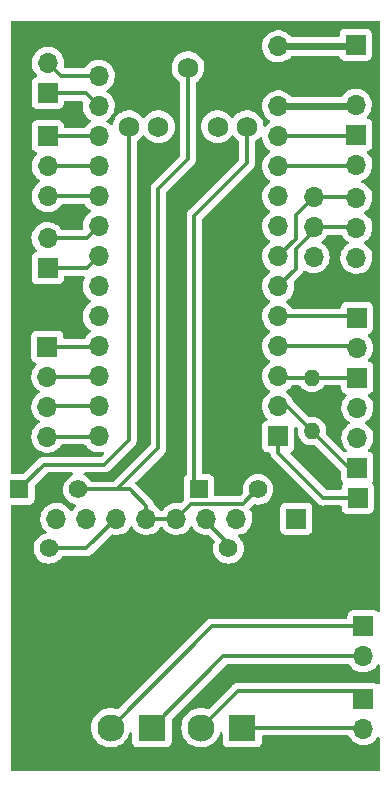
<source format=gbr>
%TF.GenerationSoftware,KiCad,Pcbnew,(6.0.9-0)*%
%TF.CreationDate,2023-02-07T22:14:42+01:00*%
%TF.ProjectId,SHOE_SHIELD,53484f45-5f53-4484-9945-4c442e6b6963,rev?*%
%TF.SameCoordinates,Original*%
%TF.FileFunction,Copper,L1,Top*%
%TF.FilePolarity,Positive*%
%FSLAX46Y46*%
G04 Gerber Fmt 4.6, Leading zero omitted, Abs format (unit mm)*
G04 Created by KiCad (PCBNEW (6.0.9-0)) date 2023-02-07 22:14:42*
%MOMM*%
%LPD*%
G01*
G04 APERTURE LIST*
%TA.AperFunction,ComponentPad*%
%ADD10C,1.400000*%
%TD*%
%TA.AperFunction,ComponentPad*%
%ADD11O,1.400000X1.400000*%
%TD*%
%TA.AperFunction,ComponentPad*%
%ADD12R,1.700000X1.700000*%
%TD*%
%TA.AperFunction,ComponentPad*%
%ADD13O,1.700000X1.700000*%
%TD*%
%TA.AperFunction,ComponentPad*%
%ADD14R,1.560000X1.560000*%
%TD*%
%TA.AperFunction,ComponentPad*%
%ADD15C,1.560000*%
%TD*%
%TA.AperFunction,ComponentPad*%
%ADD16C,1.750000*%
%TD*%
%TA.AperFunction,ComponentPad*%
%ADD17R,2.300000X2.300000*%
%TD*%
%TA.AperFunction,ComponentPad*%
%ADD18C,2.300000*%
%TD*%
%TA.AperFunction,Conductor*%
%ADD19C,0.304000*%
%TD*%
%TA.AperFunction,Conductor*%
%ADD20C,0.608000*%
%TD*%
G04 APERTURE END LIST*
D10*
%TO.P,R1,1*%
%TO.N,GND*%
X181920000Y-71620000D03*
D11*
%TO.P,R1,2*%
%TO.N,A1*%
X181920000Y-69080000D03*
%TD*%
D12*
%TO.P,J1,1,Pin_1*%
%TO.N,- L_Out*%
X186278000Y-90141000D03*
D13*
%TO.P,J1,2,Pin_2*%
%TO.N,+ L_Out*%
X186278000Y-92681000D03*
%TD*%
D12*
%TO.P,J13,1,Pin_1*%
%TO.N,D1*%
X159550000Y-44975000D03*
D13*
%TO.P,J13,2,Pin_2*%
%TO.N,D0*%
X159550000Y-42435000D03*
%TD*%
D12*
%TO.P,J12,1,Pin_1*%
%TO.N,A9*%
X185674000Y-48514000D03*
D13*
%TO.P,J12,2,Pin_2*%
%TO.N,A8*%
X185674000Y-51054000D03*
%TD*%
D12*
%TO.P,J14,1,Pin_1*%
%TO.N,GND*%
X185674000Y-61468000D03*
D13*
%TO.P,J14,2,Pin_2*%
%TO.N,+5V*%
X185674000Y-58928000D03*
%TO.P,J14,3,Pin_3*%
%TO.N,SCL*%
X185674000Y-56388000D03*
%TO.P,J14,4,Pin_4*%
%TO.N,SDA*%
X185674000Y-53848000D03*
%TD*%
D12*
%TO.P,J15,1,Pin_1*%
%TO.N,GND*%
X182050000Y-61410000D03*
D13*
%TO.P,J15,2,Pin_2*%
%TO.N,+5V*%
X182050000Y-58870000D03*
%TO.P,J15,3,Pin_3*%
%TO.N,SCL*%
X182050000Y-56330000D03*
%TO.P,J15,4,Pin_4*%
%TO.N,SDA*%
X182050000Y-53790000D03*
%TD*%
D12*
%TO.P,J10,1,Pin_1*%
%TO.N,+5V*%
X185620000Y-40900000D03*
D13*
%TO.P,J10,2,Pin_2*%
%TO.N,GND*%
X185620000Y-43440000D03*
%TO.P,J10,3,Pin_3*%
%TO.N,+3V3*%
X185620000Y-45980000D03*
%TD*%
D12*
%TO.P,J19,1,Pin_1*%
%TO.N,D6*%
X159530000Y-59815000D03*
D13*
%TO.P,J19,2,Pin_2*%
%TO.N,D5*%
X159530000Y-57275000D03*
%TD*%
D12*
%TO.P,J6,1,Pin_1*%
%TO.N,A1*%
X185760000Y-69088000D03*
D13*
%TO.P,J6,2,Pin_2*%
%TO.N,+3V3*%
X185760000Y-71628000D03*
%TD*%
D12*
%TO.P,J9,1,Pin_1*%
%TO.N,A0*%
X185760000Y-76708000D03*
D13*
%TO.P,J9,2,Pin_2*%
%TO.N,+3V3*%
X185760000Y-74168000D03*
%TD*%
D12*
%TO.P,J11,1,Pin_1*%
%TO.N,INT*%
X159540000Y-48620000D03*
D13*
%TO.P,J11,2,Pin_2*%
%TO.N,ADR*%
X159540000Y-51160000D03*
%TO.P,J11,3,Pin_3*%
%TO.N,RST*%
X159540000Y-53700000D03*
%TD*%
D14*
%TO.P,RV1,1,1*%
%TO.N,Net-(J16-PadT)*%
X172348000Y-78546000D03*
D15*
%TO.P,RV1,2,2*%
%TO.N,L_in*%
X174848000Y-83546000D03*
%TO.P,RV1,3,3*%
%TO.N,GNDA*%
X177348000Y-78546000D03*
%TD*%
D12*
%TO.P,J20,1,Pin_1*%
%TO.N,D9*%
X159512000Y-66460000D03*
D13*
%TO.P,J20,2,Pin_2*%
%TO.N,D10*%
X159512000Y-69000000D03*
%TO.P,J20,3,Pin_3*%
%TO.N,D11*%
X159512000Y-71540000D03*
%TO.P,J20,4,Pin_4*%
%TO.N,D12*%
X159512000Y-74080000D03*
%TD*%
D10*
%TO.P,R2,1*%
%TO.N,GND*%
X181930000Y-76150000D03*
D11*
%TO.P,R2,2*%
%TO.N,A0*%
X181930000Y-73610000D03*
%TD*%
D12*
%TO.P,J2,1,Pin_1*%
%TO.N,+ R_Out*%
X186278000Y-96282000D03*
D13*
%TO.P,J2,2,Pin_2*%
%TO.N,- R_Out*%
X186278000Y-98822000D03*
%TD*%
D12*
%TO.P,J4,1,Pin_1*%
%TO.N,D13*%
X179060000Y-74060000D03*
D13*
%TO.P,J4,2,Pin_2*%
%TO.N,A0*%
X179060000Y-71520000D03*
%TO.P,J4,3,Pin_3*%
%TO.N,A1*%
X179060000Y-68980000D03*
%TO.P,J4,4,Pin_4*%
%TO.N,A2*%
X179060000Y-66440000D03*
%TO.P,J4,5,Pin_5*%
%TO.N,A3*%
X179060000Y-63900000D03*
%TO.P,J4,6,Pin_6*%
%TO.N,SCL*%
X179060000Y-61360000D03*
%TO.P,J4,7,Pin_7*%
%TO.N,SDA*%
X179060000Y-58820000D03*
%TO.P,J4,8,Pin_8*%
%TO.N,unconnected-(J4-Pad8)*%
X179060000Y-56280000D03*
%TO.P,J4,9,Pin_9*%
%TO.N,unconnected-(J4-Pad9)*%
X179060000Y-53740000D03*
%TO.P,J4,10,Pin_10*%
%TO.N,A8*%
X179060000Y-51200000D03*
%TO.P,J4,11,Pin_11*%
%TO.N,A9*%
X179060000Y-48660000D03*
%TO.P,J4,12,Pin_12*%
%TO.N,+3V3*%
X179060000Y-46120000D03*
%TO.P,J4,13,Pin_13*%
%TO.N,GND*%
X179060000Y-43580000D03*
%TO.P,J4,14,Pin_14*%
%TO.N,+5V*%
X179060000Y-41040000D03*
%TD*%
D12*
%TO.P,J17,1,Pin_1*%
%TO.N,A3*%
X185720000Y-64008000D03*
D13*
%TO.P,J17,2,Pin_2*%
%TO.N,A2*%
X185720000Y-66548000D03*
%TD*%
D14*
%TO.P,RV2,1,1*%
%TO.N,Net-(J16-PadR)*%
X157136500Y-78546000D03*
D15*
%TO.P,RV2,2,2*%
%TO.N,R_in*%
X159636500Y-83546000D03*
%TO.P,RV2,3,3*%
%TO.N,GNDA*%
X162136500Y-78546000D03*
%TD*%
D12*
%TO.P,J3,1,Pin_1*%
%TO.N,GND*%
X163860000Y-41010000D03*
D13*
%TO.P,J3,2,Pin_2*%
%TO.N,D0*%
X163860000Y-43550000D03*
%TO.P,J3,3,Pin_3*%
%TO.N,D1*%
X163860000Y-46090000D03*
%TO.P,J3,4,Pin_4*%
%TO.N,INT*%
X163860000Y-48630000D03*
%TO.P,J3,5,Pin_5*%
%TO.N,ADR*%
X163860000Y-51170000D03*
%TO.P,J3,6,Pin_6*%
%TO.N,RST*%
X163860000Y-53710000D03*
%TO.P,J3,7,Pin_7*%
%TO.N,D5*%
X163860000Y-56250000D03*
%TO.P,J3,8,Pin_8*%
%TO.N,D6*%
X163860000Y-58790000D03*
%TO.P,J3,9,Pin_9*%
%TO.N,unconnected-(J3-Pad9)*%
X163860000Y-61330000D03*
%TO.P,J3,10,Pin_10*%
%TO.N,D8*%
X163860000Y-63870000D03*
%TO.P,J3,11,Pin_11*%
%TO.N,D9*%
X163860000Y-66410000D03*
%TO.P,J3,12,Pin_12*%
%TO.N,D10*%
X163860000Y-68950000D03*
%TO.P,J3,13,Pin_13*%
%TO.N,D11*%
X163860000Y-71490000D03*
%TO.P,J3,14,Pin_14*%
%TO.N,D12*%
X163860000Y-74030000D03*
%TD*%
D12*
%TO.P,J18,1,Pin_1*%
%TO.N,D13*%
X185790000Y-79248000D03*
%TD*%
D16*
%TO.P,J16,R*%
%TO.N,Net-(J16-PadR)*%
X166420000Y-47830000D03*
%TO.P,J16,RN*%
%TO.N,N/C*%
X168920000Y-47830000D03*
%TO.P,J16,S*%
%TO.N,GNDA*%
X171420000Y-42830000D03*
%TO.P,J16,T*%
%TO.N,Net-(J16-PadT)*%
X176420000Y-47830000D03*
%TO.P,J16,TN*%
%TO.N,N/C*%
X173920000Y-47830000D03*
%TD*%
D12*
%TO.P,J7,1,Pin_1*%
%TO.N,+5V*%
X180594000Y-81026000D03*
D13*
%TO.P,J7,2,Pin_2*%
%TO.N,GND*%
X178054000Y-81026000D03*
%TO.P,J7,3,Pin_3*%
%TO.N,SDWN*%
X175514000Y-81026000D03*
%TO.P,J7,4,Pin_4*%
%TO.N,L_in*%
X172974000Y-81026000D03*
%TO.P,J7,5,Pin_5*%
%TO.N,GNDA*%
X170434000Y-81026000D03*
%TO.P,J7,6,Pin_6*%
X167894000Y-81026000D03*
%TO.P,J7,7,Pin_7*%
%TO.N,R_in*%
X165354000Y-81026000D03*
%TO.P,J7,8,Pin_8*%
%TO.N,G'*%
X162814000Y-81026000D03*
%TO.P,J7,9,Pin_9*%
%TO.N,G*%
X160274000Y-81026000D03*
%TD*%
D17*
%TO.P,J5,1,Pin_1*%
%TO.N,+ L_Out*%
X168364000Y-98721000D03*
D18*
%TO.P,J5,2,Pin_2*%
%TO.N,- L_Out*%
X164864000Y-98721000D03*
%TD*%
D17*
%TO.P,J8,1,Pin_1*%
%TO.N,- R_Out*%
X176014000Y-98721000D03*
D18*
%TO.P,J8,2,Pin_2*%
%TO.N,+ R_Out*%
X172514000Y-98721000D03*
%TD*%
D19*
%TO.N,- L_Out*%
X173444000Y-90141000D02*
X186449000Y-90141000D01*
X164864000Y-98721000D02*
X173444000Y-90141000D01*
%TO.N,+ L_Out*%
X174404000Y-92681000D02*
X186449000Y-92681000D01*
X168364000Y-98721000D02*
X174404000Y-92681000D01*
%TO.N,+ R_Out*%
X175632520Y-95602480D02*
X185840480Y-95602480D01*
X172514000Y-98721000D02*
X175632520Y-95602480D01*
X172514000Y-98721000D02*
X172514000Y-98646000D01*
X185840480Y-95602480D02*
X186459000Y-96221000D01*
%TO.N,- R_Out*%
X176014000Y-98721000D02*
X186419000Y-98721000D01*
X186419000Y-98721000D02*
X186459000Y-98761000D01*
%TO.N,INT*%
X159240000Y-48600000D02*
X163760000Y-48600000D01*
X163760000Y-48600000D02*
X163800000Y-48640000D01*
%TO.N,ADR*%
X163760000Y-51140000D02*
X163800000Y-51180000D01*
X159240000Y-51140000D02*
X163760000Y-51140000D01*
%TO.N,RST*%
X163800000Y-53720000D02*
X159280000Y-53720000D01*
X159280000Y-53720000D02*
X159240000Y-53680000D01*
%TO.N,D5*%
X162835000Y-57275000D02*
X163860000Y-56250000D01*
X159530000Y-57275000D02*
X162835000Y-57275000D01*
%TO.N,D9*%
X159420000Y-66460000D02*
X163810000Y-66460000D01*
X163810000Y-66460000D02*
X163860000Y-66410000D01*
D20*
%TO.N,+5V*%
X179105000Y-41040000D02*
X181970000Y-41040000D01*
X184795000Y-41040000D02*
X184850000Y-41095000D01*
X181970000Y-41040000D02*
X184795000Y-41040000D01*
X181600000Y-41040000D02*
X181970000Y-41040000D01*
%TO.N,+3V3*%
X185480000Y-46120000D02*
X185620000Y-45980000D01*
X179060000Y-46120000D02*
X185480000Y-46120000D01*
D19*
%TO.N,A1*%
X185760000Y-69220000D02*
X185620000Y-69080000D01*
X181920000Y-69080000D02*
X179205000Y-69080000D01*
X185620000Y-69080000D02*
X181920000Y-69080000D01*
X179205000Y-69080000D02*
X179105000Y-68980000D01*
%TO.N,A0*%
X179840000Y-71520000D02*
X181930000Y-73610000D01*
X179060000Y-71520000D02*
X179840000Y-71520000D01*
X181930000Y-73640000D02*
X185220000Y-76930000D01*
X185220000Y-76930000D02*
X185760000Y-76930000D01*
X181930000Y-73610000D02*
X181930000Y-73640000D01*
%TO.N,L_in*%
X172974000Y-81280000D02*
X172974000Y-81026000D01*
X174776500Y-83546000D02*
X174776500Y-83082500D01*
X174776500Y-83082500D02*
X172974000Y-81280000D01*
%TO.N,GNDA*%
X165406000Y-78546000D02*
X162136500Y-78546000D01*
X171430000Y-42840000D02*
X171420000Y-42830000D01*
X167894000Y-81026000D02*
X167894000Y-79930000D01*
X167894000Y-79930000D02*
X166510000Y-78546000D01*
X171430000Y-50580000D02*
X171430000Y-42840000D01*
X167894000Y-81026000D02*
X170434000Y-81026000D01*
X168910000Y-75042000D02*
X168910000Y-53100000D01*
X176056500Y-79766000D02*
X177276500Y-78546000D01*
X167894000Y-80946000D02*
X167894000Y-81026000D01*
X168910000Y-53100000D02*
X171430000Y-50580000D01*
X166510000Y-78546000D02*
X165406000Y-78546000D01*
X165406000Y-78546000D02*
X168910000Y-75042000D01*
X170434000Y-81026000D02*
X171694000Y-79766000D01*
X171694000Y-79766000D02*
X176056500Y-79766000D01*
%TO.N,R_in*%
X162784000Y-83546000D02*
X165304000Y-81026000D01*
X159636500Y-83546000D02*
X162784000Y-83546000D01*
X165304000Y-81026000D02*
X165354000Y-81026000D01*
%TO.N,Net-(J16-PadR)*%
X161148500Y-76454000D02*
X164338000Y-76454000D01*
X157136500Y-78546000D02*
X159228500Y-76454000D01*
X164338000Y-76454000D02*
X166420000Y-74372000D01*
X166420000Y-74372000D02*
X166420000Y-47830000D01*
X159228500Y-76454000D02*
X161798000Y-76454000D01*
%TO.N,Net-(J16-PadT)*%
X171958000Y-55372000D02*
X176420000Y-50910000D01*
X171958000Y-78227500D02*
X171958000Y-55372000D01*
X176420000Y-50910000D02*
X176420000Y-47830000D01*
X172276500Y-78546000D02*
X171958000Y-78227500D01*
%TO.N,D0*%
X160665000Y-43550000D02*
X163860000Y-43550000D01*
X159550000Y-42435000D02*
X160665000Y-43550000D01*
%TO.N,D1*%
X162745000Y-44975000D02*
X163860000Y-46090000D01*
X159550000Y-44975000D02*
X162745000Y-44975000D01*
%TO.N,D6*%
X162835000Y-59815000D02*
X163860000Y-58790000D01*
X159530000Y-59815000D02*
X162835000Y-59815000D01*
%TO.N,D10*%
X159420000Y-69000000D02*
X163810000Y-69000000D01*
X163810000Y-69000000D02*
X163860000Y-68950000D01*
%TO.N,D11*%
X163860000Y-71490000D02*
X159470000Y-71490000D01*
X159470000Y-71490000D02*
X159420000Y-71540000D01*
%TO.N,D12*%
X159420000Y-74080000D02*
X163810000Y-74080000D01*
X163810000Y-74080000D02*
X163860000Y-74030000D01*
%TO.N,D13*%
X182880000Y-79248000D02*
X185790000Y-79248000D01*
X179060000Y-74060000D02*
X179060000Y-75428000D01*
X179060000Y-75428000D02*
X182880000Y-79248000D01*
%TO.N,A2*%
X179060000Y-66440000D02*
X185600000Y-66440000D01*
X185600000Y-66440000D02*
X185720000Y-66560000D01*
%TO.N,A3*%
X179060000Y-63900000D02*
X185600000Y-63900000D01*
X185600000Y-63900000D02*
X185720000Y-64020000D01*
%TO.N,SCL*%
X180550000Y-59870000D02*
X180550000Y-58210000D01*
X179235000Y-61230000D02*
X179105000Y-61360000D01*
X179060000Y-61360000D02*
X180550000Y-59870000D01*
X182055000Y-56325000D02*
X182050000Y-56330000D01*
X182050000Y-56710000D02*
X182050000Y-56330000D01*
X185650000Y-56325000D02*
X182055000Y-56325000D01*
X180550000Y-58210000D02*
X182050000Y-56710000D01*
%TO.N,SDA*%
X185645000Y-53790000D02*
X185650000Y-53785000D01*
X182050000Y-53790000D02*
X185645000Y-53790000D01*
X180550000Y-57330000D02*
X180550000Y-55290000D01*
X179060000Y-58820000D02*
X180550000Y-57330000D01*
X180550000Y-55290000D02*
X182050000Y-53790000D01*
%TO.N,A8*%
X185640000Y-51150000D02*
X179110000Y-51150000D01*
X179110000Y-51150000D02*
X179060000Y-51200000D01*
%TO.N,A9*%
X179060000Y-48660000D02*
X185590000Y-48660000D01*
X185590000Y-48660000D02*
X185640000Y-48610000D01*
%TD*%
%TA.AperFunction,Conductor*%
%TO.N,GND*%
G36*
X187597621Y-38870502D02*
G01*
X187644114Y-38924158D01*
X187655500Y-38976500D01*
X187655500Y-88798939D01*
X187635498Y-88867060D01*
X187581842Y-88913553D01*
X187511568Y-88923657D01*
X187453935Y-88899765D01*
X187410297Y-88867060D01*
X187374705Y-88840385D01*
X187238316Y-88789255D01*
X187176134Y-88782500D01*
X185379866Y-88782500D01*
X185317684Y-88789255D01*
X185181295Y-88840385D01*
X185064739Y-88927739D01*
X184977385Y-89044295D01*
X184926255Y-89180684D01*
X184919500Y-89242866D01*
X184919500Y-89354500D01*
X184899498Y-89422621D01*
X184845842Y-89469114D01*
X184793500Y-89480500D01*
X173471246Y-89480500D01*
X173462676Y-89480208D01*
X173416754Y-89477077D01*
X173416750Y-89477077D01*
X173409178Y-89476561D01*
X173401702Y-89477866D01*
X173401698Y-89477866D01*
X173350710Y-89486765D01*
X173344185Y-89487728D01*
X173292834Y-89493942D01*
X173292831Y-89493943D01*
X173285292Y-89494855D01*
X173278186Y-89497540D01*
X173271180Y-89499261D01*
X173266069Y-89500659D01*
X173259174Y-89502741D01*
X173251692Y-89504047D01*
X173197342Y-89527905D01*
X173191262Y-89530386D01*
X173142854Y-89548678D01*
X173135746Y-89551364D01*
X173129483Y-89555668D01*
X173123059Y-89559027D01*
X173118464Y-89561585D01*
X173112264Y-89565252D01*
X173105308Y-89568305D01*
X173099282Y-89572929D01*
X173058238Y-89604422D01*
X173052904Y-89608297D01*
X173010255Y-89637609D01*
X173010247Y-89637616D01*
X173003995Y-89641913D01*
X172998946Y-89647580D01*
X172965509Y-89685109D01*
X172960527Y-89690385D01*
X165532393Y-97118519D01*
X165470081Y-97152545D01*
X165395083Y-97145834D01*
X165382661Y-97140689D01*
X165382652Y-97140686D01*
X165378089Y-97138796D01*
X165274185Y-97113851D01*
X165129062Y-97079009D01*
X165129056Y-97079008D01*
X165124249Y-97077854D01*
X164864000Y-97057372D01*
X164603751Y-97077854D01*
X164598944Y-97079008D01*
X164598938Y-97079009D01*
X164439727Y-97117233D01*
X164349911Y-97138796D01*
X164345340Y-97140689D01*
X164345338Y-97140690D01*
X164113303Y-97236802D01*
X164113299Y-97236804D01*
X164108729Y-97238697D01*
X163886144Y-97375097D01*
X163687637Y-97544637D01*
X163518097Y-97743144D01*
X163381697Y-97965729D01*
X163379804Y-97970299D01*
X163379802Y-97970303D01*
X163283690Y-98202338D01*
X163281796Y-98206911D01*
X163280641Y-98211723D01*
X163222009Y-98455938D01*
X163222008Y-98455944D01*
X163220854Y-98460751D01*
X163200372Y-98721000D01*
X163220854Y-98981249D01*
X163222008Y-98986056D01*
X163222009Y-98986062D01*
X163260424Y-99146069D01*
X163281796Y-99235089D01*
X163283689Y-99239660D01*
X163283690Y-99239662D01*
X163367363Y-99441665D01*
X163381697Y-99476271D01*
X163518097Y-99698856D01*
X163687637Y-99897363D01*
X163886144Y-100066903D01*
X164108729Y-100203303D01*
X164113299Y-100205196D01*
X164113303Y-100205198D01*
X164345338Y-100301310D01*
X164349911Y-100303204D01*
X164404164Y-100316229D01*
X164598938Y-100362991D01*
X164598944Y-100362992D01*
X164603751Y-100364146D01*
X164864000Y-100384628D01*
X165124249Y-100364146D01*
X165129056Y-100362992D01*
X165129062Y-100362991D01*
X165323836Y-100316229D01*
X165378089Y-100303204D01*
X165382662Y-100301310D01*
X165614697Y-100205198D01*
X165614701Y-100205196D01*
X165619271Y-100203303D01*
X165841856Y-100066903D01*
X166040363Y-99897363D01*
X166209903Y-99698856D01*
X166346303Y-99476271D01*
X166360638Y-99441665D01*
X166444310Y-99239662D01*
X166444311Y-99239660D01*
X166446204Y-99235089D01*
X166456981Y-99190200D01*
X166492333Y-99128631D01*
X166555360Y-99095948D01*
X166626051Y-99102529D01*
X166681962Y-99146283D01*
X166705500Y-99219614D01*
X166705500Y-99919134D01*
X166712255Y-99981316D01*
X166763385Y-100117705D01*
X166850739Y-100234261D01*
X166967295Y-100321615D01*
X167103684Y-100372745D01*
X167165866Y-100379500D01*
X169562134Y-100379500D01*
X169624316Y-100372745D01*
X169760705Y-100321615D01*
X169877261Y-100234261D01*
X169964615Y-100117705D01*
X170015745Y-99981316D01*
X170022500Y-99919134D01*
X170022500Y-98048778D01*
X170042502Y-97980657D01*
X170059405Y-97959683D01*
X174640683Y-93378405D01*
X174702995Y-93344379D01*
X174729778Y-93341500D01*
X185018821Y-93341500D01*
X185086942Y-93361502D01*
X185126253Y-93401665D01*
X185177987Y-93486088D01*
X185324250Y-93654938D01*
X185496126Y-93797632D01*
X185689000Y-93910338D01*
X185897692Y-93990030D01*
X185902760Y-93991061D01*
X185902763Y-93991062D01*
X186010017Y-94012883D01*
X186116597Y-94034567D01*
X186121772Y-94034757D01*
X186121774Y-94034757D01*
X186334673Y-94042564D01*
X186334677Y-94042564D01*
X186339837Y-94042753D01*
X186344957Y-94042097D01*
X186344959Y-94042097D01*
X186556288Y-94015025D01*
X186556289Y-94015025D01*
X186561416Y-94014368D01*
X186566366Y-94012883D01*
X186770429Y-93951661D01*
X186770434Y-93951659D01*
X186775384Y-93950174D01*
X186975994Y-93851896D01*
X187157860Y-93722173D01*
X187316096Y-93564489D01*
X187319112Y-93560292D01*
X187427177Y-93409903D01*
X187483172Y-93366255D01*
X187553875Y-93359809D01*
X187616840Y-93392612D01*
X187652074Y-93454248D01*
X187655500Y-93483429D01*
X187655500Y-94939939D01*
X187635498Y-95008060D01*
X187581842Y-95054553D01*
X187511568Y-95064657D01*
X187453935Y-95040765D01*
X187374705Y-94981385D01*
X187238316Y-94930255D01*
X187176134Y-94923500D01*
X185379866Y-94923500D01*
X185317684Y-94930255D01*
X185310283Y-94933029D01*
X185310281Y-94933030D01*
X185307797Y-94933961D01*
X185263566Y-94941980D01*
X175659766Y-94941980D01*
X175651196Y-94941688D01*
X175605274Y-94938557D01*
X175605270Y-94938557D01*
X175597698Y-94938041D01*
X175590222Y-94939346D01*
X175590218Y-94939346D01*
X175539230Y-94948245D01*
X175532705Y-94949208D01*
X175481354Y-94955422D01*
X175481351Y-94955423D01*
X175473812Y-94956335D01*
X175466706Y-94959020D01*
X175459700Y-94960741D01*
X175454589Y-94962139D01*
X175447694Y-94964221D01*
X175440212Y-94965527D01*
X175385862Y-94989385D01*
X175379782Y-94991866D01*
X175336926Y-95008060D01*
X175324266Y-95012844D01*
X175318003Y-95017148D01*
X175311579Y-95020507D01*
X175306984Y-95023065D01*
X175300784Y-95026732D01*
X175293828Y-95029785D01*
X175287802Y-95034409D01*
X175246758Y-95065902D01*
X175241424Y-95069777D01*
X175198775Y-95099089D01*
X175198767Y-95099096D01*
X175192515Y-95103393D01*
X175187466Y-95109060D01*
X175154029Y-95146589D01*
X175149047Y-95151865D01*
X173182393Y-97118519D01*
X173120081Y-97152545D01*
X173045083Y-97145834D01*
X173032661Y-97140689D01*
X173032652Y-97140686D01*
X173028089Y-97138796D01*
X172924185Y-97113851D01*
X172779062Y-97079009D01*
X172779056Y-97079008D01*
X172774249Y-97077854D01*
X172514000Y-97057372D01*
X172253751Y-97077854D01*
X172248944Y-97079008D01*
X172248938Y-97079009D01*
X172089727Y-97117233D01*
X171999911Y-97138796D01*
X171995340Y-97140689D01*
X171995338Y-97140690D01*
X171763303Y-97236802D01*
X171763299Y-97236804D01*
X171758729Y-97238697D01*
X171536144Y-97375097D01*
X171337637Y-97544637D01*
X171168097Y-97743144D01*
X171031697Y-97965729D01*
X171029804Y-97970299D01*
X171029802Y-97970303D01*
X170933690Y-98202338D01*
X170931796Y-98206911D01*
X170930641Y-98211723D01*
X170872009Y-98455938D01*
X170872008Y-98455944D01*
X170870854Y-98460751D01*
X170850372Y-98721000D01*
X170870854Y-98981249D01*
X170872008Y-98986056D01*
X170872009Y-98986062D01*
X170910424Y-99146069D01*
X170931796Y-99235089D01*
X170933689Y-99239660D01*
X170933690Y-99239662D01*
X171017363Y-99441665D01*
X171031697Y-99476271D01*
X171168097Y-99698856D01*
X171337637Y-99897363D01*
X171536144Y-100066903D01*
X171758729Y-100203303D01*
X171763299Y-100205196D01*
X171763303Y-100205198D01*
X171995338Y-100301310D01*
X171999911Y-100303204D01*
X172054164Y-100316229D01*
X172248938Y-100362991D01*
X172248944Y-100362992D01*
X172253751Y-100364146D01*
X172514000Y-100384628D01*
X172774249Y-100364146D01*
X172779056Y-100362992D01*
X172779062Y-100362991D01*
X172973836Y-100316229D01*
X173028089Y-100303204D01*
X173032662Y-100301310D01*
X173264697Y-100205198D01*
X173264701Y-100205196D01*
X173269271Y-100203303D01*
X173491856Y-100066903D01*
X173690363Y-99897363D01*
X173859903Y-99698856D01*
X173996303Y-99476271D01*
X174010638Y-99441665D01*
X174094310Y-99239662D01*
X174094311Y-99239660D01*
X174096204Y-99235089D01*
X174106981Y-99190200D01*
X174142333Y-99128631D01*
X174205360Y-99095948D01*
X174276051Y-99102529D01*
X174331962Y-99146283D01*
X174355500Y-99219614D01*
X174355500Y-99919134D01*
X174362255Y-99981316D01*
X174413385Y-100117705D01*
X174500739Y-100234261D01*
X174617295Y-100321615D01*
X174753684Y-100372745D01*
X174815866Y-100379500D01*
X177212134Y-100379500D01*
X177274316Y-100372745D01*
X177410705Y-100321615D01*
X177527261Y-100234261D01*
X177614615Y-100117705D01*
X177665745Y-99981316D01*
X177672500Y-99919134D01*
X177672500Y-99507500D01*
X177692502Y-99439379D01*
X177746158Y-99392886D01*
X177798500Y-99381500D01*
X184956927Y-99381500D01*
X185025048Y-99401502D01*
X185064360Y-99441665D01*
X185177987Y-99627088D01*
X185324250Y-99795938D01*
X185496126Y-99938632D01*
X185689000Y-100051338D01*
X185693825Y-100053180D01*
X185693826Y-100053181D01*
X185736527Y-100069487D01*
X185897692Y-100131030D01*
X185902760Y-100132061D01*
X185902763Y-100132062D01*
X186010017Y-100153883D01*
X186116597Y-100175567D01*
X186121772Y-100175757D01*
X186121774Y-100175757D01*
X186334673Y-100183564D01*
X186334677Y-100183564D01*
X186339837Y-100183753D01*
X186344957Y-100183097D01*
X186344959Y-100183097D01*
X186556288Y-100156025D01*
X186556289Y-100156025D01*
X186561416Y-100155368D01*
X186566366Y-100153883D01*
X186770429Y-100092661D01*
X186770434Y-100092659D01*
X186775384Y-100091174D01*
X186975994Y-99992896D01*
X187157860Y-99863173D01*
X187316096Y-99705489D01*
X187320862Y-99698856D01*
X187427177Y-99550903D01*
X187483172Y-99507255D01*
X187553875Y-99500809D01*
X187616840Y-99533612D01*
X187652074Y-99595248D01*
X187655500Y-99624429D01*
X187655500Y-102291500D01*
X187635498Y-102359621D01*
X187581842Y-102406114D01*
X187529500Y-102417500D01*
X156568500Y-102417500D01*
X156500379Y-102397498D01*
X156453886Y-102343842D01*
X156442500Y-102291500D01*
X156442500Y-79960500D01*
X156462502Y-79892379D01*
X156516158Y-79845886D01*
X156568500Y-79834500D01*
X157964634Y-79834500D01*
X158026816Y-79827745D01*
X158163205Y-79776615D01*
X158279761Y-79689261D01*
X158367115Y-79572705D01*
X158418245Y-79436316D01*
X158425000Y-79374134D01*
X158425000Y-78243778D01*
X158445002Y-78175657D01*
X158461905Y-78154683D01*
X159465183Y-77151405D01*
X159527495Y-77117379D01*
X159554278Y-77114500D01*
X161589161Y-77114500D01*
X161657282Y-77134502D01*
X161703775Y-77188158D01*
X161713879Y-77258432D01*
X161684385Y-77323012D01*
X161642411Y-77354695D01*
X161494770Y-77423541D01*
X161494767Y-77423543D01*
X161489789Y-77425864D01*
X161305104Y-77555181D01*
X161145681Y-77714604D01*
X161016364Y-77899289D01*
X161014043Y-77904267D01*
X161014041Y-77904270D01*
X160945364Y-78051548D01*
X160921081Y-78103624D01*
X160919659Y-78108932D01*
X160919658Y-78108934D01*
X160901780Y-78175657D01*
X160862728Y-78321400D01*
X160843078Y-78546000D01*
X160862728Y-78770600D01*
X160864152Y-78775913D01*
X160864152Y-78775915D01*
X160918703Y-78979500D01*
X160921081Y-78988376D01*
X160923403Y-78993357D01*
X160923404Y-78993358D01*
X160941350Y-79031842D01*
X161016364Y-79192711D01*
X161145681Y-79377396D01*
X161305104Y-79536819D01*
X161489789Y-79666136D01*
X161494767Y-79668457D01*
X161494770Y-79668459D01*
X161643243Y-79737693D01*
X161694124Y-79761419D01*
X161699432Y-79762841D01*
X161699434Y-79762842D01*
X161736196Y-79772692D01*
X161846347Y-79802207D01*
X161906968Y-79839158D01*
X161937989Y-79903018D01*
X161929561Y-79973513D01*
X161904828Y-80010964D01*
X161775657Y-80146134D01*
X161754629Y-80168138D01*
X161647201Y-80325621D01*
X161592293Y-80370621D01*
X161521768Y-80378792D01*
X161458021Y-80347538D01*
X161437324Y-80323054D01*
X161356822Y-80198617D01*
X161356820Y-80198614D01*
X161354014Y-80194277D01*
X161203670Y-80029051D01*
X161199619Y-80025852D01*
X161199615Y-80025848D01*
X161032414Y-79893800D01*
X161032410Y-79893798D01*
X161028359Y-79890598D01*
X161020869Y-79886463D01*
X160935175Y-79839158D01*
X160832789Y-79782638D01*
X160827920Y-79780914D01*
X160827916Y-79780912D01*
X160627087Y-79709795D01*
X160627083Y-79709794D01*
X160622212Y-79708069D01*
X160617119Y-79707162D01*
X160617116Y-79707161D01*
X160407373Y-79669800D01*
X160407367Y-79669799D01*
X160402284Y-79668894D01*
X160328452Y-79667992D01*
X160184081Y-79666228D01*
X160184079Y-79666228D01*
X160178911Y-79666165D01*
X159958091Y-79699955D01*
X159745756Y-79769357D01*
X159715443Y-79785137D01*
X159611163Y-79839422D01*
X159547607Y-79872507D01*
X159543474Y-79875610D01*
X159543471Y-79875612D01*
X159373100Y-80003530D01*
X159368965Y-80006635D01*
X159365393Y-80010373D01*
X159235657Y-80146134D01*
X159214629Y-80168138D01*
X159088743Y-80352680D01*
X158994688Y-80555305D01*
X158934989Y-80770570D01*
X158911251Y-80992695D01*
X158911548Y-80997848D01*
X158911548Y-80997851D01*
X158917011Y-81092590D01*
X158924110Y-81215715D01*
X158925247Y-81220761D01*
X158925248Y-81220767D01*
X158945119Y-81308939D01*
X158973222Y-81433639D01*
X159057266Y-81640616D01*
X159097641Y-81706502D01*
X159171291Y-81826688D01*
X159173987Y-81831088D01*
X159320250Y-81999938D01*
X159386806Y-82055194D01*
X159403138Y-82068753D01*
X159442773Y-82127656D01*
X159444271Y-82198636D01*
X159407156Y-82259159D01*
X159355265Y-82287403D01*
X159248785Y-82315935D01*
X159199434Y-82329158D01*
X159199432Y-82329159D01*
X159194124Y-82330581D01*
X159189143Y-82332903D01*
X159189142Y-82332904D01*
X158994770Y-82423541D01*
X158994767Y-82423543D01*
X158989789Y-82425864D01*
X158805104Y-82555181D01*
X158645681Y-82714604D01*
X158516364Y-82899289D01*
X158514043Y-82904267D01*
X158514041Y-82904270D01*
X158494528Y-82946116D01*
X158421081Y-83103624D01*
X158362728Y-83321400D01*
X158343078Y-83546000D01*
X158362728Y-83770600D01*
X158421081Y-83988376D01*
X158423403Y-83993357D01*
X158423404Y-83993358D01*
X158511814Y-84182953D01*
X158516364Y-84192711D01*
X158645681Y-84377396D01*
X158805104Y-84536819D01*
X158989789Y-84666136D01*
X158994767Y-84668457D01*
X158994770Y-84668459D01*
X159189142Y-84759096D01*
X159194124Y-84761419D01*
X159199432Y-84762841D01*
X159199434Y-84762842D01*
X159406585Y-84818348D01*
X159406587Y-84818348D01*
X159411900Y-84819772D01*
X159636500Y-84839422D01*
X159861100Y-84819772D01*
X159866413Y-84818348D01*
X159866415Y-84818348D01*
X160073566Y-84762842D01*
X160073568Y-84762841D01*
X160078876Y-84761419D01*
X160083858Y-84759096D01*
X160278230Y-84668459D01*
X160278233Y-84668457D01*
X160283211Y-84666136D01*
X160467896Y-84536819D01*
X160627319Y-84377396D01*
X160709359Y-84260230D01*
X160764816Y-84215901D01*
X160812572Y-84206500D01*
X162756753Y-84206500D01*
X162765323Y-84206792D01*
X162811245Y-84209923D01*
X162811249Y-84209923D01*
X162818821Y-84210439D01*
X162826298Y-84209134D01*
X162826299Y-84209134D01*
X162877268Y-84200238D01*
X162883795Y-84199275D01*
X162935164Y-84193059D01*
X162935173Y-84193057D01*
X162942708Y-84192145D01*
X162949814Y-84189460D01*
X162956819Y-84187739D01*
X162961918Y-84186345D01*
X162968827Y-84184259D01*
X162976308Y-84182953D01*
X163030640Y-84159103D01*
X163036744Y-84156612D01*
X163085149Y-84138321D01*
X163085150Y-84138320D01*
X163092254Y-84135636D01*
X163098517Y-84131332D01*
X163104963Y-84127961D01*
X163109522Y-84125423D01*
X163115732Y-84121750D01*
X163122691Y-84118696D01*
X163169797Y-84082551D01*
X163175097Y-84078700D01*
X163224005Y-84045087D01*
X163262491Y-84001891D01*
X163267473Y-83996615D01*
X164888731Y-82375357D01*
X164951043Y-82341331D01*
X165002947Y-82340982D01*
X165192597Y-82379567D01*
X165197772Y-82379757D01*
X165197774Y-82379757D01*
X165410673Y-82387564D01*
X165410677Y-82387564D01*
X165415837Y-82387753D01*
X165420957Y-82387097D01*
X165420959Y-82387097D01*
X165632288Y-82360025D01*
X165632289Y-82360025D01*
X165637416Y-82359368D01*
X165642366Y-82357883D01*
X165846429Y-82296661D01*
X165846434Y-82296659D01*
X165851384Y-82295174D01*
X166051994Y-82196896D01*
X166233860Y-82067173D01*
X166392096Y-81909489D01*
X166451594Y-81826689D01*
X166522453Y-81728077D01*
X166523776Y-81729028D01*
X166570645Y-81685857D01*
X166640580Y-81673625D01*
X166706026Y-81701144D01*
X166733875Y-81732994D01*
X166793987Y-81831088D01*
X166940250Y-81999938D01*
X167112126Y-82142632D01*
X167305000Y-82255338D01*
X167513692Y-82335030D01*
X167518760Y-82336061D01*
X167518763Y-82336062D01*
X167626017Y-82357883D01*
X167732597Y-82379567D01*
X167737772Y-82379757D01*
X167737774Y-82379757D01*
X167950673Y-82387564D01*
X167950677Y-82387564D01*
X167955837Y-82387753D01*
X167960957Y-82387097D01*
X167960959Y-82387097D01*
X168172288Y-82360025D01*
X168172289Y-82360025D01*
X168177416Y-82359368D01*
X168182366Y-82357883D01*
X168386429Y-82296661D01*
X168386434Y-82296659D01*
X168391384Y-82295174D01*
X168591994Y-82196896D01*
X168773860Y-82067173D01*
X168932096Y-81909489D01*
X168935112Y-81905292D01*
X169054623Y-81738974D01*
X169110618Y-81695326D01*
X169156946Y-81686500D01*
X169174821Y-81686500D01*
X169242942Y-81706502D01*
X169282253Y-81746665D01*
X169333987Y-81831088D01*
X169480250Y-81999938D01*
X169652126Y-82142632D01*
X169845000Y-82255338D01*
X170053692Y-82335030D01*
X170058760Y-82336061D01*
X170058763Y-82336062D01*
X170166017Y-82357883D01*
X170272597Y-82379567D01*
X170277772Y-82379757D01*
X170277774Y-82379757D01*
X170490673Y-82387564D01*
X170490677Y-82387564D01*
X170495837Y-82387753D01*
X170500957Y-82387097D01*
X170500959Y-82387097D01*
X170712288Y-82360025D01*
X170712289Y-82360025D01*
X170717416Y-82359368D01*
X170722366Y-82357883D01*
X170926429Y-82296661D01*
X170926434Y-82296659D01*
X170931384Y-82295174D01*
X171131994Y-82196896D01*
X171313860Y-82067173D01*
X171472096Y-81909489D01*
X171531594Y-81826689D01*
X171602453Y-81728077D01*
X171603776Y-81729028D01*
X171650645Y-81685857D01*
X171720580Y-81673625D01*
X171786026Y-81701144D01*
X171813875Y-81732994D01*
X171873987Y-81831088D01*
X172020250Y-81999938D01*
X172192126Y-82142632D01*
X172385000Y-82255338D01*
X172593692Y-82335030D01*
X172598760Y-82336061D01*
X172598763Y-82336062D01*
X172706017Y-82357883D01*
X172812597Y-82379567D01*
X172817772Y-82379757D01*
X172817774Y-82379757D01*
X173030673Y-82387564D01*
X173030677Y-82387564D01*
X173035837Y-82387753D01*
X173040956Y-82387097D01*
X173040961Y-82387097D01*
X173073607Y-82382915D01*
X173143717Y-82394100D01*
X173178711Y-82418799D01*
X173643642Y-82883730D01*
X173677668Y-82946042D01*
X173672603Y-83016857D01*
X173668742Y-83026074D01*
X173634906Y-83098637D01*
X173632581Y-83103624D01*
X173574228Y-83321400D01*
X173554578Y-83546000D01*
X173574228Y-83770600D01*
X173632581Y-83988376D01*
X173634903Y-83993357D01*
X173634904Y-83993358D01*
X173723314Y-84182953D01*
X173727864Y-84192711D01*
X173857181Y-84377396D01*
X174016604Y-84536819D01*
X174201289Y-84666136D01*
X174206267Y-84668457D01*
X174206270Y-84668459D01*
X174400642Y-84759096D01*
X174405624Y-84761419D01*
X174410932Y-84762841D01*
X174410934Y-84762842D01*
X174618085Y-84818348D01*
X174618087Y-84818348D01*
X174623400Y-84819772D01*
X174848000Y-84839422D01*
X175072600Y-84819772D01*
X175077913Y-84818348D01*
X175077915Y-84818348D01*
X175285066Y-84762842D01*
X175285068Y-84762841D01*
X175290376Y-84761419D01*
X175295358Y-84759096D01*
X175489730Y-84668459D01*
X175489733Y-84668457D01*
X175494711Y-84666136D01*
X175679396Y-84536819D01*
X175838819Y-84377396D01*
X175968136Y-84192711D01*
X175972687Y-84182953D01*
X176061096Y-83993358D01*
X176061097Y-83993357D01*
X176063419Y-83988376D01*
X176121772Y-83770600D01*
X176141422Y-83546000D01*
X176121772Y-83321400D01*
X176063419Y-83103624D01*
X175989972Y-82946116D01*
X175970459Y-82904270D01*
X175970457Y-82904267D01*
X175968136Y-82899289D01*
X175838819Y-82714604D01*
X175700686Y-82576471D01*
X175666660Y-82514159D01*
X175671725Y-82443344D01*
X175714272Y-82386508D01*
X175773771Y-82362397D01*
X175792288Y-82360025D01*
X175792289Y-82360025D01*
X175797416Y-82359368D01*
X175802366Y-82357883D01*
X176006429Y-82296661D01*
X176006434Y-82296659D01*
X176011384Y-82295174D01*
X176211994Y-82196896D01*
X176393860Y-82067173D01*
X176537400Y-81924134D01*
X179235500Y-81924134D01*
X179242255Y-81986316D01*
X179293385Y-82122705D01*
X179380739Y-82239261D01*
X179497295Y-82326615D01*
X179633684Y-82377745D01*
X179695866Y-82384500D01*
X181492134Y-82384500D01*
X181554316Y-82377745D01*
X181690705Y-82326615D01*
X181807261Y-82239261D01*
X181894615Y-82122705D01*
X181945745Y-81986316D01*
X181952500Y-81924134D01*
X181952500Y-80127866D01*
X181945745Y-80065684D01*
X181894615Y-79929295D01*
X181807261Y-79812739D01*
X181690705Y-79725385D01*
X181554316Y-79674255D01*
X181492134Y-79667500D01*
X179695866Y-79667500D01*
X179633684Y-79674255D01*
X179497295Y-79725385D01*
X179380739Y-79812739D01*
X179293385Y-79929295D01*
X179242255Y-80065684D01*
X179235500Y-80127866D01*
X179235500Y-81924134D01*
X176537400Y-81924134D01*
X176552096Y-81909489D01*
X176611594Y-81826689D01*
X176679435Y-81732277D01*
X176682453Y-81728077D01*
X176698640Y-81695326D01*
X176779136Y-81532453D01*
X176779137Y-81532451D01*
X176781430Y-81527811D01*
X176846370Y-81314069D01*
X176875529Y-81092590D01*
X176877156Y-81026000D01*
X176858852Y-80803361D01*
X176804431Y-80586702D01*
X176715354Y-80381840D01*
X176636883Y-80260542D01*
X176616676Y-80192483D01*
X176636472Y-80124302D01*
X176653580Y-80103008D01*
X176924806Y-79831782D01*
X176987118Y-79797756D01*
X177046512Y-79799170D01*
X177118085Y-79818348D01*
X177118087Y-79818348D01*
X177123400Y-79819772D01*
X177348000Y-79839422D01*
X177572600Y-79819772D01*
X177577913Y-79818348D01*
X177577915Y-79818348D01*
X177785066Y-79762842D01*
X177785068Y-79762841D01*
X177790376Y-79761419D01*
X177841257Y-79737693D01*
X177989730Y-79668459D01*
X177989733Y-79668457D01*
X177994711Y-79666136D01*
X178179396Y-79536819D01*
X178338819Y-79377396D01*
X178468136Y-79192711D01*
X178543151Y-79031842D01*
X178561096Y-78993358D01*
X178561097Y-78993357D01*
X178563419Y-78988376D01*
X178565798Y-78979500D01*
X178620348Y-78775915D01*
X178620348Y-78775913D01*
X178621772Y-78770600D01*
X178641422Y-78546000D01*
X178621772Y-78321400D01*
X178582720Y-78175657D01*
X178564842Y-78108934D01*
X178564841Y-78108932D01*
X178563419Y-78103624D01*
X178539136Y-78051548D01*
X178470459Y-77904270D01*
X178470457Y-77904267D01*
X178468136Y-77899289D01*
X178338819Y-77714604D01*
X178179396Y-77555181D01*
X177994711Y-77425864D01*
X177989733Y-77423543D01*
X177989730Y-77423541D01*
X177795358Y-77332904D01*
X177795357Y-77332903D01*
X177790376Y-77330581D01*
X177785068Y-77329159D01*
X177785066Y-77329158D01*
X177577915Y-77273652D01*
X177577913Y-77273652D01*
X177572600Y-77272228D01*
X177348000Y-77252578D01*
X177123400Y-77272228D01*
X177118087Y-77273652D01*
X177118085Y-77273652D01*
X176910934Y-77329158D01*
X176910932Y-77329159D01*
X176905624Y-77330581D01*
X176900643Y-77332903D01*
X176900642Y-77332904D01*
X176706270Y-77423541D01*
X176706267Y-77423543D01*
X176701289Y-77425864D01*
X176516604Y-77555181D01*
X176357181Y-77714604D01*
X176227864Y-77899289D01*
X176225543Y-77904267D01*
X176225541Y-77904270D01*
X176156864Y-78051548D01*
X176132581Y-78103624D01*
X176131159Y-78108932D01*
X176131158Y-78108934D01*
X176113280Y-78175657D01*
X176074228Y-78321400D01*
X176054578Y-78546000D01*
X176055057Y-78551475D01*
X176072614Y-78752147D01*
X176058625Y-78821752D01*
X176036188Y-78852224D01*
X175819817Y-79068595D01*
X175757505Y-79102621D01*
X175730722Y-79105500D01*
X173762500Y-79105500D01*
X173694379Y-79085498D01*
X173647886Y-79031842D01*
X173636500Y-78979500D01*
X173636500Y-77717866D01*
X173629745Y-77655684D01*
X173578615Y-77519295D01*
X173491261Y-77402739D01*
X173374705Y-77315385D01*
X173238316Y-77264255D01*
X173176134Y-77257500D01*
X172744500Y-77257500D01*
X172676379Y-77237498D01*
X172629886Y-77183842D01*
X172618500Y-77131500D01*
X172618500Y-55697778D01*
X172638502Y-55629657D01*
X172655405Y-55608683D01*
X176867769Y-51396319D01*
X176874035Y-51390465D01*
X176908727Y-51360201D01*
X176914452Y-51355207D01*
X176918817Y-51348996D01*
X176918820Y-51348993D01*
X176948578Y-51306651D01*
X176952511Y-51301356D01*
X176984429Y-51260649D01*
X176989117Y-51254670D01*
X176992243Y-51247746D01*
X176995977Y-51241581D01*
X176998597Y-51236989D01*
X177002010Y-51230625D01*
X177006376Y-51224412D01*
X177009134Y-51217338D01*
X177009139Y-51217329D01*
X177027940Y-51169108D01*
X177030494Y-51163030D01*
X177031157Y-51161562D01*
X177054904Y-51108967D01*
X177056289Y-51101494D01*
X177058463Y-51094556D01*
X177059889Y-51089550D01*
X177061688Y-51082545D01*
X177064448Y-51075466D01*
X177065653Y-51066319D01*
X177072196Y-51016618D01*
X177073228Y-51010104D01*
X177082654Y-50959245D01*
X177082654Y-50959244D01*
X177084038Y-50951777D01*
X177080709Y-50894044D01*
X177080500Y-50886792D01*
X177080500Y-49123245D01*
X177100502Y-49055124D01*
X177133332Y-49020666D01*
X177311847Y-48893333D01*
X177311849Y-48893331D01*
X177316051Y-48890334D01*
X177477199Y-48729747D01*
X177480217Y-48725546D01*
X177483564Y-48721614D01*
X177484916Y-48722765D01*
X177534775Y-48683904D01*
X177605479Y-48677462D01*
X177668441Y-48710267D01*
X177703673Y-48771905D01*
X177706887Y-48793824D01*
X177710110Y-48849715D01*
X177711247Y-48854761D01*
X177711248Y-48854767D01*
X177719264Y-48890334D01*
X177759222Y-49067639D01*
X177843266Y-49274616D01*
X177845965Y-49279020D01*
X177938904Y-49430683D01*
X177959987Y-49465088D01*
X178106250Y-49633938D01*
X178278126Y-49776632D01*
X178300106Y-49789476D01*
X178351445Y-49819476D01*
X178400169Y-49871114D01*
X178413240Y-49940897D01*
X178386509Y-50006669D01*
X178346055Y-50040027D01*
X178333607Y-50046507D01*
X178329474Y-50049610D01*
X178329471Y-50049612D01*
X178159100Y-50177530D01*
X178154965Y-50180635D01*
X178151393Y-50184373D01*
X178004319Y-50338277D01*
X178000629Y-50342138D01*
X177874743Y-50526680D01*
X177836089Y-50609954D01*
X177800503Y-50686618D01*
X177780688Y-50729305D01*
X177720989Y-50944570D01*
X177697251Y-51166695D01*
X177697548Y-51171848D01*
X177697548Y-51171851D01*
X177702668Y-51260649D01*
X177710110Y-51389715D01*
X177711247Y-51394761D01*
X177711248Y-51394767D01*
X177711598Y-51396319D01*
X177759222Y-51607639D01*
X177843266Y-51814616D01*
X177872916Y-51863000D01*
X177938904Y-51970683D01*
X177959987Y-52005088D01*
X178106250Y-52173938D01*
X178278126Y-52316632D01*
X178316249Y-52338909D01*
X178351445Y-52359476D01*
X178400169Y-52411114D01*
X178413240Y-52480897D01*
X178386509Y-52546669D01*
X178346055Y-52580027D01*
X178333607Y-52586507D01*
X178329474Y-52589610D01*
X178329471Y-52589612D01*
X178159100Y-52717530D01*
X178154965Y-52720635D01*
X178151393Y-52724373D01*
X178004319Y-52878277D01*
X178000629Y-52882138D01*
X177997715Y-52886410D01*
X177997714Y-52886411D01*
X177945730Y-52962617D01*
X177874743Y-53066680D01*
X177851534Y-53116680D01*
X177801435Y-53224610D01*
X177780688Y-53269305D01*
X177720989Y-53484570D01*
X177697251Y-53706695D01*
X177697548Y-53711848D01*
X177697548Y-53711851D01*
X177703011Y-53806590D01*
X177710110Y-53929715D01*
X177711247Y-53934761D01*
X177711248Y-53934767D01*
X177720213Y-53974547D01*
X177759222Y-54147639D01*
X177843266Y-54354616D01*
X177875635Y-54407438D01*
X177938893Y-54510665D01*
X177959987Y-54545088D01*
X178106250Y-54713938D01*
X178278126Y-54856632D01*
X178337856Y-54891535D01*
X178351445Y-54899476D01*
X178400169Y-54951114D01*
X178413240Y-55020897D01*
X178386509Y-55086669D01*
X178346055Y-55120027D01*
X178333607Y-55126507D01*
X178329474Y-55129610D01*
X178329471Y-55129612D01*
X178159100Y-55257530D01*
X178154965Y-55260635D01*
X178151393Y-55264373D01*
X178004319Y-55418277D01*
X178000629Y-55422138D01*
X177997715Y-55426410D01*
X177997714Y-55426411D01*
X177945730Y-55502617D01*
X177874743Y-55606680D01*
X177780688Y-55809305D01*
X177720989Y-56024570D01*
X177697251Y-56246695D01*
X177697548Y-56251848D01*
X177697548Y-56251851D01*
X177697766Y-56255635D01*
X177710110Y-56469715D01*
X177711247Y-56474761D01*
X177711248Y-56474767D01*
X177724067Y-56531648D01*
X177759222Y-56687639D01*
X177843266Y-56894616D01*
X177845965Y-56899020D01*
X177935829Y-57045665D01*
X177959987Y-57085088D01*
X178106250Y-57253938D01*
X178278126Y-57396632D01*
X178338944Y-57432171D01*
X178351445Y-57439476D01*
X178400169Y-57491114D01*
X178413240Y-57560897D01*
X178386509Y-57626669D01*
X178346055Y-57660027D01*
X178333607Y-57666507D01*
X178329474Y-57669610D01*
X178329471Y-57669612D01*
X178159100Y-57797530D01*
X178154965Y-57800635D01*
X178151393Y-57804373D01*
X178004319Y-57958277D01*
X178000629Y-57962138D01*
X177997715Y-57966410D01*
X177997714Y-57966411D01*
X177945730Y-58042617D01*
X177874743Y-58146680D01*
X177780688Y-58349305D01*
X177720989Y-58564570D01*
X177697251Y-58786695D01*
X177697548Y-58791848D01*
X177697548Y-58791851D01*
X177705894Y-58936590D01*
X177710110Y-59009715D01*
X177711247Y-59014761D01*
X177711248Y-59014767D01*
X177734449Y-59117715D01*
X177759222Y-59227639D01*
X177843266Y-59434616D01*
X177959987Y-59625088D01*
X178106250Y-59793938D01*
X178278126Y-59936632D01*
X178338944Y-59972171D01*
X178351445Y-59979476D01*
X178400169Y-60031114D01*
X178413240Y-60100897D01*
X178386509Y-60166669D01*
X178346055Y-60200027D01*
X178333607Y-60206507D01*
X178329474Y-60209610D01*
X178329471Y-60209612D01*
X178159100Y-60337530D01*
X178154965Y-60340635D01*
X178151393Y-60344373D01*
X178004319Y-60498277D01*
X178000629Y-60502138D01*
X177874743Y-60686680D01*
X177780688Y-60889305D01*
X177720989Y-61104570D01*
X177697251Y-61326695D01*
X177697548Y-61331848D01*
X177697548Y-61331851D01*
X177709812Y-61544547D01*
X177710110Y-61549715D01*
X177711247Y-61554761D01*
X177711248Y-61554767D01*
X177724358Y-61612939D01*
X177759222Y-61767639D01*
X177797461Y-61861811D01*
X177832873Y-61949020D01*
X177843266Y-61974616D01*
X177959987Y-62165088D01*
X178106250Y-62333938D01*
X178278126Y-62476632D01*
X178300106Y-62489476D01*
X178351445Y-62519476D01*
X178400169Y-62571114D01*
X178413240Y-62640897D01*
X178386509Y-62706669D01*
X178346055Y-62740027D01*
X178333607Y-62746507D01*
X178329474Y-62749610D01*
X178329471Y-62749612D01*
X178159100Y-62877530D01*
X178154965Y-62880635D01*
X178151393Y-62884373D01*
X178004319Y-63038277D01*
X178000629Y-63042138D01*
X177874743Y-63226680D01*
X177780688Y-63429305D01*
X177720989Y-63644570D01*
X177697251Y-63866695D01*
X177697548Y-63871848D01*
X177697548Y-63871851D01*
X177709812Y-64084547D01*
X177710110Y-64089715D01*
X177711247Y-64094761D01*
X177711248Y-64094767D01*
X177724358Y-64152939D01*
X177759222Y-64307639D01*
X177820673Y-64458976D01*
X177832873Y-64489020D01*
X177843266Y-64514616D01*
X177959987Y-64705088D01*
X178106250Y-64873938D01*
X178278126Y-65016632D01*
X178300106Y-65029476D01*
X178351445Y-65059476D01*
X178400169Y-65111114D01*
X178413240Y-65180897D01*
X178386509Y-65246669D01*
X178346055Y-65280027D01*
X178333607Y-65286507D01*
X178329474Y-65289610D01*
X178329471Y-65289612D01*
X178159100Y-65417530D01*
X178154965Y-65420635D01*
X178151393Y-65424373D01*
X178004319Y-65578277D01*
X178000629Y-65582138D01*
X177874743Y-65766680D01*
X177780688Y-65969305D01*
X177720989Y-66184570D01*
X177697251Y-66406695D01*
X177697548Y-66411848D01*
X177697548Y-66411851D01*
X177701088Y-66473240D01*
X177710110Y-66629715D01*
X177711247Y-66634761D01*
X177711248Y-66634767D01*
X177724358Y-66692939D01*
X177759222Y-66847639D01*
X177843266Y-67054616D01*
X177959987Y-67245088D01*
X178106250Y-67413938D01*
X178278126Y-67556632D01*
X178348595Y-67597811D01*
X178351445Y-67599476D01*
X178400169Y-67651114D01*
X178413240Y-67720897D01*
X178386509Y-67786669D01*
X178346055Y-67820027D01*
X178333607Y-67826507D01*
X178329474Y-67829610D01*
X178329471Y-67829612D01*
X178159100Y-67957530D01*
X178154965Y-67960635D01*
X178091461Y-68027088D01*
X178004319Y-68118277D01*
X178000629Y-68122138D01*
X177997715Y-68126410D01*
X177997714Y-68126411D01*
X177956745Y-68186469D01*
X177874743Y-68306680D01*
X177780688Y-68509305D01*
X177720989Y-68724570D01*
X177697251Y-68946695D01*
X177697548Y-68951848D01*
X177697548Y-68951851D01*
X177698108Y-68961562D01*
X177710110Y-69169715D01*
X177711247Y-69174761D01*
X177711248Y-69174767D01*
X177724358Y-69232939D01*
X177759222Y-69387639D01*
X177843266Y-69594616D01*
X177845965Y-69599020D01*
X177944921Y-69760502D01*
X177959987Y-69785088D01*
X178106250Y-69953938D01*
X178278126Y-70096632D01*
X178312352Y-70116632D01*
X178351445Y-70139476D01*
X178400169Y-70191114D01*
X178413240Y-70260897D01*
X178386509Y-70326669D01*
X178346055Y-70360027D01*
X178333607Y-70366507D01*
X178329474Y-70369610D01*
X178329471Y-70369612D01*
X178159100Y-70497530D01*
X178154965Y-70500635D01*
X178129894Y-70526870D01*
X178004319Y-70658277D01*
X178000629Y-70662138D01*
X177874743Y-70846680D01*
X177780688Y-71049305D01*
X177720989Y-71264570D01*
X177697251Y-71486695D01*
X177697548Y-71491848D01*
X177697548Y-71491851D01*
X177698108Y-71501562D01*
X177710110Y-71709715D01*
X177711247Y-71714761D01*
X177711248Y-71714767D01*
X177734449Y-71817715D01*
X177759222Y-71927639D01*
X177843266Y-72134616D01*
X177959987Y-72325088D01*
X178106250Y-72493938D01*
X178110230Y-72497242D01*
X178114981Y-72501187D01*
X178154616Y-72560090D01*
X178156113Y-72631071D01*
X178118997Y-72691593D01*
X178078725Y-72716112D01*
X177995686Y-72747242D01*
X177963295Y-72759385D01*
X177846739Y-72846739D01*
X177759385Y-72963295D01*
X177708255Y-73099684D01*
X177701500Y-73161866D01*
X177701500Y-74958134D01*
X177708255Y-75020316D01*
X177759385Y-75156705D01*
X177846739Y-75273261D01*
X177963295Y-75360615D01*
X178099684Y-75411745D01*
X178161866Y-75418500D01*
X178281828Y-75418500D01*
X178349949Y-75438502D01*
X178396442Y-75492158D01*
X178406916Y-75529364D01*
X178413855Y-75586708D01*
X178416540Y-75593815D01*
X178418261Y-75600819D01*
X178419655Y-75605918D01*
X178421741Y-75612827D01*
X178423047Y-75620308D01*
X178426101Y-75627265D01*
X178446896Y-75674639D01*
X178449388Y-75680743D01*
X178470364Y-75736254D01*
X178474668Y-75742517D01*
X178478039Y-75748963D01*
X178480577Y-75753522D01*
X178484250Y-75759732D01*
X178487304Y-75766691D01*
X178523449Y-75813797D01*
X178527306Y-75819106D01*
X178556565Y-75861678D01*
X178560913Y-75868005D01*
X178566581Y-75873055D01*
X178566582Y-75873056D01*
X178604109Y-75906491D01*
X178609385Y-75911473D01*
X182393681Y-79695769D01*
X182399534Y-79702034D01*
X182434793Y-79742452D01*
X182441004Y-79746817D01*
X182441007Y-79746820D01*
X182483349Y-79776578D01*
X182488644Y-79780511D01*
X182535330Y-79817117D01*
X182542254Y-79820243D01*
X182548419Y-79823977D01*
X182553011Y-79826597D01*
X182559375Y-79830010D01*
X182565588Y-79834376D01*
X182572662Y-79837134D01*
X182572671Y-79837139D01*
X182620892Y-79855940D01*
X182626961Y-79858490D01*
X182681033Y-79882904D01*
X182688506Y-79884289D01*
X182695444Y-79886463D01*
X182700450Y-79887889D01*
X182707455Y-79889688D01*
X182714534Y-79892448D01*
X182722063Y-79893439D01*
X182722066Y-79893440D01*
X182773382Y-79900196D01*
X182779897Y-79901228D01*
X182838223Y-79912038D01*
X182845803Y-79911601D01*
X182845804Y-79911601D01*
X182895955Y-79908709D01*
X182903208Y-79908500D01*
X184305500Y-79908500D01*
X184373621Y-79928502D01*
X184420114Y-79982158D01*
X184431500Y-80034500D01*
X184431500Y-80146134D01*
X184438255Y-80208316D01*
X184489385Y-80344705D01*
X184576739Y-80461261D01*
X184693295Y-80548615D01*
X184829684Y-80599745D01*
X184891866Y-80606500D01*
X186688134Y-80606500D01*
X186750316Y-80599745D01*
X186886705Y-80548615D01*
X187003261Y-80461261D01*
X187090615Y-80344705D01*
X187141745Y-80208316D01*
X187148500Y-80146134D01*
X187148500Y-78349866D01*
X187141745Y-78287684D01*
X187090615Y-78151295D01*
X187003261Y-78034739D01*
X187006015Y-78032675D01*
X186979948Y-77984939D01*
X186985013Y-77914124D01*
X187002243Y-77882591D01*
X187055229Y-77811892D01*
X187055230Y-77811890D01*
X187060615Y-77804705D01*
X187111745Y-77668316D01*
X187118500Y-77606134D01*
X187118500Y-75809866D01*
X187111745Y-75747684D01*
X187060615Y-75611295D01*
X186973261Y-75494739D01*
X186856705Y-75407385D01*
X186844132Y-75402672D01*
X186738203Y-75362960D01*
X186681439Y-75320318D01*
X186656739Y-75253756D01*
X186671947Y-75184408D01*
X186693493Y-75155727D01*
X186704015Y-75145242D01*
X186798096Y-75051489D01*
X186857594Y-74968689D01*
X186925435Y-74874277D01*
X186928453Y-74870077D01*
X186937158Y-74852465D01*
X187025136Y-74674453D01*
X187025137Y-74674451D01*
X187027430Y-74669811D01*
X187067640Y-74537466D01*
X187090865Y-74461023D01*
X187090865Y-74461021D01*
X187092370Y-74456069D01*
X187121529Y-74234590D01*
X187123156Y-74168000D01*
X187104852Y-73945361D01*
X187050431Y-73728702D01*
X186961354Y-73523840D01*
X186921906Y-73462862D01*
X186842822Y-73340617D01*
X186842820Y-73340614D01*
X186840014Y-73336277D01*
X186689670Y-73171051D01*
X186685619Y-73167852D01*
X186685615Y-73167848D01*
X186518414Y-73035800D01*
X186518410Y-73035798D01*
X186514359Y-73032598D01*
X186473053Y-73009796D01*
X186423084Y-72959364D01*
X186408312Y-72889921D01*
X186433428Y-72823516D01*
X186460780Y-72796909D01*
X186513387Y-72759385D01*
X186639860Y-72669173D01*
X186655762Y-72653327D01*
X186752337Y-72557088D01*
X186798096Y-72511489D01*
X186808334Y-72497242D01*
X186925435Y-72334277D01*
X186928453Y-72330077D01*
X186969870Y-72246277D01*
X187025136Y-72134453D01*
X187025137Y-72134451D01*
X187027430Y-72129811D01*
X187082778Y-71947639D01*
X187090865Y-71921023D01*
X187090865Y-71921021D01*
X187092370Y-71916069D01*
X187121529Y-71694590D01*
X187123156Y-71628000D01*
X187104852Y-71405361D01*
X187050431Y-71188702D01*
X186961354Y-70983840D01*
X186855042Y-70819507D01*
X186842822Y-70800617D01*
X186842820Y-70800614D01*
X186840014Y-70796277D01*
X186820202Y-70774504D01*
X186692798Y-70634488D01*
X186661746Y-70570642D01*
X186670141Y-70500143D01*
X186715317Y-70445375D01*
X186741761Y-70431706D01*
X186848297Y-70391767D01*
X186856705Y-70388615D01*
X186973261Y-70301261D01*
X187060615Y-70184705D01*
X187111745Y-70048316D01*
X187118500Y-69986134D01*
X187118500Y-68189866D01*
X187111745Y-68127684D01*
X187060615Y-67991295D01*
X186973261Y-67874739D01*
X186856705Y-67787385D01*
X186793704Y-67763767D01*
X186727711Y-67739027D01*
X186727709Y-67739027D01*
X186720316Y-67736255D01*
X186720046Y-67736226D01*
X186661335Y-67702688D01*
X186628513Y-67639733D01*
X186634937Y-67569028D01*
X186663185Y-67526069D01*
X186711895Y-67477529D01*
X186758096Y-67431489D01*
X186817594Y-67348689D01*
X186885435Y-67254277D01*
X186888453Y-67250077D01*
X186922759Y-67180665D01*
X186985136Y-67054453D01*
X186985137Y-67054451D01*
X186987430Y-67049811D01*
X187052370Y-66836069D01*
X187081529Y-66614590D01*
X187083156Y-66548000D01*
X187064852Y-66325361D01*
X187010431Y-66108702D01*
X186921354Y-65903840D01*
X186881906Y-65842862D01*
X186802822Y-65720617D01*
X186802820Y-65720614D01*
X186800014Y-65716277D01*
X186780117Y-65694410D01*
X186652798Y-65554488D01*
X186621746Y-65490642D01*
X186630141Y-65420143D01*
X186675317Y-65365375D01*
X186701761Y-65351706D01*
X186808297Y-65311767D01*
X186816705Y-65308615D01*
X186933261Y-65221261D01*
X187020615Y-65104705D01*
X187071745Y-64968316D01*
X187078500Y-64906134D01*
X187078500Y-63109866D01*
X187071745Y-63047684D01*
X187020615Y-62911295D01*
X186933261Y-62794739D01*
X186816705Y-62707385D01*
X186680316Y-62656255D01*
X186618134Y-62649500D01*
X184821866Y-62649500D01*
X184759684Y-62656255D01*
X184623295Y-62707385D01*
X184506739Y-62794739D01*
X184419385Y-62911295D01*
X184368255Y-63047684D01*
X184361500Y-63109866D01*
X184361500Y-63113500D01*
X184361486Y-63113549D01*
X184361316Y-63116680D01*
X184360578Y-63116640D01*
X184341498Y-63181621D01*
X184287842Y-63228114D01*
X184235500Y-63239500D01*
X180319338Y-63239500D01*
X180251217Y-63219498D01*
X180213546Y-63181940D01*
X180142822Y-63072617D01*
X180142820Y-63072614D01*
X180140014Y-63068277D01*
X179989670Y-62903051D01*
X179985619Y-62899852D01*
X179985615Y-62899848D01*
X179818414Y-62767800D01*
X179818410Y-62767798D01*
X179814359Y-62764598D01*
X179773053Y-62741796D01*
X179723084Y-62691364D01*
X179708312Y-62621921D01*
X179733428Y-62555516D01*
X179760780Y-62528909D01*
X179816063Y-62489476D01*
X179939860Y-62401173D01*
X180098096Y-62243489D01*
X180157594Y-62160689D01*
X180225435Y-62066277D01*
X180228453Y-62062077D01*
X180286506Y-61944616D01*
X180325136Y-61866453D01*
X180325137Y-61866451D01*
X180327430Y-61861811D01*
X180392370Y-61648069D01*
X180421529Y-61426590D01*
X180423156Y-61360000D01*
X180404852Y-61137361D01*
X180395364Y-61099588D01*
X180384487Y-61056282D01*
X180387292Y-60985340D01*
X180417596Y-60936492D01*
X180997769Y-60356319D01*
X181004035Y-60350465D01*
X181038727Y-60320201D01*
X181044452Y-60315207D01*
X181048817Y-60308996D01*
X181048820Y-60308993D01*
X181078578Y-60266651D01*
X181082511Y-60261356D01*
X181114429Y-60220649D01*
X181119117Y-60214670D01*
X181122243Y-60207746D01*
X181125977Y-60201581D01*
X181128597Y-60196989D01*
X181132010Y-60190625D01*
X181136376Y-60184412D01*
X181139134Y-60177338D01*
X181139139Y-60177329D01*
X181157940Y-60129108D01*
X181160494Y-60123031D01*
X181174105Y-60092884D01*
X181220366Y-60039029D01*
X181288400Y-60018733D01*
X181352513Y-60035944D01*
X181456538Y-60096731D01*
X181456542Y-60096733D01*
X181461000Y-60099338D01*
X181465825Y-60101180D01*
X181465826Y-60101181D01*
X181518680Y-60121364D01*
X181669692Y-60179030D01*
X181674760Y-60180061D01*
X181674763Y-60180062D01*
X181758872Y-60197174D01*
X181888597Y-60223567D01*
X181893772Y-60223757D01*
X181893774Y-60223757D01*
X182106673Y-60231564D01*
X182106677Y-60231564D01*
X182111837Y-60231753D01*
X182116957Y-60231097D01*
X182116959Y-60231097D01*
X182328288Y-60204025D01*
X182328289Y-60204025D01*
X182333416Y-60203368D01*
X182338366Y-60201883D01*
X182542429Y-60140661D01*
X182542434Y-60140659D01*
X182547384Y-60139174D01*
X182747994Y-60040896D01*
X182929860Y-59911173D01*
X182939128Y-59901938D01*
X183084435Y-59757137D01*
X183088096Y-59753489D01*
X183218453Y-59572077D01*
X183233014Y-59542616D01*
X183315136Y-59376453D01*
X183315137Y-59376451D01*
X183317430Y-59371811D01*
X183382370Y-59158069D01*
X183411529Y-58936590D01*
X183411821Y-58924646D01*
X183413074Y-58873365D01*
X183413074Y-58873361D01*
X183413156Y-58870000D01*
X183394852Y-58647361D01*
X183340431Y-58430702D01*
X183251354Y-58225840D01*
X183157063Y-58080088D01*
X183132822Y-58042617D01*
X183132820Y-58042614D01*
X183130014Y-58038277D01*
X182979670Y-57873051D01*
X182975619Y-57869852D01*
X182975615Y-57869848D01*
X182808414Y-57737800D01*
X182808410Y-57737798D01*
X182804359Y-57734598D01*
X182763053Y-57711796D01*
X182713084Y-57661364D01*
X182698312Y-57591921D01*
X182723428Y-57525516D01*
X182750780Y-57498909D01*
X182844343Y-57432171D01*
X182929860Y-57371173D01*
X182939128Y-57361938D01*
X183084435Y-57217137D01*
X183088096Y-57213489D01*
X183145582Y-57133489D01*
X183214216Y-57037974D01*
X183270211Y-56994326D01*
X183316539Y-56985500D01*
X184376213Y-56985500D01*
X184444334Y-57005502D01*
X184483646Y-57045665D01*
X184573987Y-57193088D01*
X184720250Y-57361938D01*
X184892126Y-57504632D01*
X184927865Y-57525516D01*
X184965445Y-57547476D01*
X185014169Y-57599114D01*
X185027240Y-57668897D01*
X185000509Y-57734669D01*
X184960055Y-57768027D01*
X184947607Y-57774507D01*
X184943474Y-57777610D01*
X184943471Y-57777612D01*
X184788430Y-57894020D01*
X184768965Y-57908635D01*
X184765393Y-57912373D01*
X184648727Y-58034457D01*
X184614629Y-58070138D01*
X184611715Y-58074410D01*
X184611714Y-58074411D01*
X184526556Y-58199249D01*
X184488743Y-58254680D01*
X184473003Y-58288590D01*
X184407037Y-58430702D01*
X184394688Y-58457305D01*
X184334989Y-58672570D01*
X184311251Y-58894695D01*
X184311548Y-58899848D01*
X184311548Y-58899851D01*
X184317011Y-58994590D01*
X184324110Y-59117715D01*
X184325247Y-59122761D01*
X184325248Y-59122767D01*
X184345119Y-59210939D01*
X184373222Y-59335639D01*
X184457266Y-59542616D01*
X184573987Y-59733088D01*
X184720250Y-59901938D01*
X184892126Y-60044632D01*
X185085000Y-60157338D01*
X185089825Y-60159180D01*
X185089826Y-60159181D01*
X185144508Y-60180062D01*
X185293692Y-60237030D01*
X185298760Y-60238061D01*
X185298763Y-60238062D01*
X185406017Y-60259883D01*
X185512597Y-60281567D01*
X185517772Y-60281757D01*
X185517774Y-60281757D01*
X185730673Y-60289564D01*
X185730677Y-60289564D01*
X185735837Y-60289753D01*
X185740957Y-60289097D01*
X185740959Y-60289097D01*
X185952288Y-60262025D01*
X185952289Y-60262025D01*
X185957416Y-60261368D01*
X185962366Y-60259883D01*
X186166429Y-60198661D01*
X186166434Y-60198659D01*
X186171384Y-60197174D01*
X186371994Y-60098896D01*
X186553860Y-59969173D01*
X186589832Y-59933327D01*
X186635209Y-59888107D01*
X186712096Y-59811489D01*
X186771594Y-59728689D01*
X186839435Y-59634277D01*
X186842453Y-59630077D01*
X186869043Y-59576277D01*
X186939136Y-59434453D01*
X186939137Y-59434451D01*
X186941430Y-59429811D01*
X187006370Y-59216069D01*
X187035529Y-58994590D01*
X187035769Y-58984760D01*
X187037074Y-58931365D01*
X187037074Y-58931361D01*
X187037156Y-58928000D01*
X187018852Y-58705361D01*
X186964431Y-58488702D01*
X186875354Y-58283840D01*
X186783265Y-58141492D01*
X186756822Y-58100617D01*
X186756820Y-58100614D01*
X186754014Y-58096277D01*
X186603670Y-57931051D01*
X186599619Y-57927852D01*
X186599615Y-57927848D01*
X186432414Y-57795800D01*
X186432410Y-57795798D01*
X186428359Y-57792598D01*
X186387053Y-57769796D01*
X186337084Y-57719364D01*
X186322312Y-57649921D01*
X186347428Y-57583516D01*
X186374780Y-57556909D01*
X186424005Y-57521797D01*
X186553860Y-57429173D01*
X186589832Y-57393327D01*
X186635209Y-57348107D01*
X186712096Y-57271489D01*
X186737194Y-57236562D01*
X186839435Y-57094277D01*
X186842453Y-57090077D01*
X186884253Y-57005502D01*
X186939136Y-56894453D01*
X186939137Y-56894451D01*
X186941430Y-56889811D01*
X187006370Y-56676069D01*
X187035529Y-56454590D01*
X187035611Y-56451240D01*
X187037074Y-56391365D01*
X187037074Y-56391361D01*
X187037156Y-56388000D01*
X187018852Y-56165361D01*
X186964431Y-55948702D01*
X186875354Y-55743840D01*
X186787917Y-55608683D01*
X186756822Y-55560617D01*
X186756820Y-55560614D01*
X186754014Y-55556277D01*
X186603670Y-55391051D01*
X186599619Y-55387852D01*
X186599615Y-55387848D01*
X186432414Y-55255800D01*
X186432410Y-55255798D01*
X186428359Y-55252598D01*
X186387053Y-55229796D01*
X186337084Y-55179364D01*
X186322312Y-55109921D01*
X186347428Y-55043516D01*
X186374780Y-55016909D01*
X186425622Y-54980644D01*
X186553860Y-54889173D01*
X186575216Y-54867892D01*
X186662238Y-54781173D01*
X186712096Y-54731489D01*
X186811259Y-54593489D01*
X186839435Y-54554277D01*
X186842453Y-54550077D01*
X186862760Y-54508990D01*
X186939136Y-54354453D01*
X186939137Y-54354451D01*
X186941430Y-54349811D01*
X187006370Y-54136069D01*
X187035529Y-53914590D01*
X187035611Y-53911240D01*
X187037074Y-53851365D01*
X187037074Y-53851361D01*
X187037156Y-53848000D01*
X187018852Y-53625361D01*
X186964431Y-53408702D01*
X186875354Y-53203840D01*
X186818499Y-53115955D01*
X186756822Y-53020617D01*
X186756820Y-53020614D01*
X186754014Y-53016277D01*
X186603670Y-52851051D01*
X186599619Y-52847852D01*
X186599615Y-52847848D01*
X186432414Y-52715800D01*
X186432410Y-52715798D01*
X186428359Y-52712598D01*
X186423378Y-52709848D01*
X186364833Y-52677530D01*
X186232789Y-52604638D01*
X186202034Y-52593747D01*
X186137728Y-52570975D01*
X186080191Y-52529381D01*
X186054275Y-52463283D01*
X186068209Y-52393668D01*
X186117567Y-52342636D01*
X186143579Y-52331516D01*
X186166429Y-52324661D01*
X186166434Y-52324659D01*
X186171384Y-52323174D01*
X186371994Y-52224896D01*
X186553860Y-52095173D01*
X186712096Y-51937489D01*
X186762433Y-51867438D01*
X186839435Y-51760277D01*
X186842453Y-51756077D01*
X186881806Y-51676453D01*
X186939136Y-51560453D01*
X186939137Y-51560451D01*
X186941430Y-51555811D01*
X187006370Y-51342069D01*
X187035529Y-51120590D01*
X187036233Y-51091770D01*
X187037074Y-51057365D01*
X187037074Y-51057361D01*
X187037156Y-51054000D01*
X187018852Y-50831361D01*
X186964431Y-50614702D01*
X186875354Y-50409840D01*
X186809730Y-50308401D01*
X186756822Y-50226617D01*
X186756820Y-50226614D01*
X186754014Y-50222277D01*
X186736520Y-50203051D01*
X186606798Y-50060488D01*
X186575746Y-49996642D01*
X186584141Y-49926143D01*
X186629317Y-49871375D01*
X186655761Y-49857706D01*
X186762297Y-49817767D01*
X186770705Y-49814615D01*
X186887261Y-49727261D01*
X186974615Y-49610705D01*
X187025745Y-49474316D01*
X187032500Y-49412134D01*
X187032500Y-47615866D01*
X187025745Y-47553684D01*
X186974615Y-47417295D01*
X186887261Y-47300739D01*
X186770705Y-47213385D01*
X186634316Y-47162255D01*
X186629399Y-47161721D01*
X186568891Y-47127154D01*
X186536070Y-47064198D01*
X186542496Y-46993493D01*
X186570743Y-46950537D01*
X186579986Y-46941327D01*
X186658096Y-46863489D01*
X186706393Y-46796277D01*
X186785435Y-46686277D01*
X186788453Y-46682077D01*
X186793826Y-46671207D01*
X186885136Y-46486453D01*
X186885137Y-46486451D01*
X186887430Y-46481811D01*
X186920508Y-46372939D01*
X186950865Y-46273023D01*
X186950865Y-46273021D01*
X186952370Y-46268069D01*
X186981529Y-46046590D01*
X186983156Y-45980000D01*
X186964852Y-45757361D01*
X186910431Y-45540702D01*
X186821354Y-45335840D01*
X186768705Y-45254457D01*
X186702822Y-45152617D01*
X186702820Y-45152614D01*
X186700014Y-45148277D01*
X186549670Y-44983051D01*
X186545619Y-44979852D01*
X186545615Y-44979848D01*
X186378414Y-44847800D01*
X186378410Y-44847798D01*
X186374359Y-44844598D01*
X186178789Y-44736638D01*
X186173920Y-44734914D01*
X186173916Y-44734912D01*
X185973087Y-44663795D01*
X185973083Y-44663794D01*
X185968212Y-44662069D01*
X185963119Y-44661162D01*
X185963116Y-44661161D01*
X185753373Y-44623800D01*
X185753367Y-44623799D01*
X185748284Y-44622894D01*
X185674452Y-44621992D01*
X185530081Y-44620228D01*
X185530079Y-44620228D01*
X185524911Y-44620165D01*
X185304091Y-44653955D01*
X185091756Y-44723357D01*
X185061443Y-44739137D01*
X184907694Y-44819174D01*
X184893607Y-44826507D01*
X184889474Y-44829610D01*
X184889471Y-44829612D01*
X184719100Y-44957530D01*
X184714965Y-44960635D01*
X184560629Y-45122138D01*
X184557715Y-45126410D01*
X184557714Y-45126411D01*
X184471699Y-45252504D01*
X184416788Y-45297507D01*
X184367611Y-45307500D01*
X180213210Y-45307500D01*
X180145089Y-45287498D01*
X180120016Y-45266299D01*
X179993151Y-45126876D01*
X179993148Y-45126873D01*
X179989670Y-45123051D01*
X179985619Y-45119852D01*
X179985615Y-45119848D01*
X179818414Y-44987800D01*
X179818410Y-44987798D01*
X179814359Y-44984598D01*
X179805755Y-44979848D01*
X179755496Y-44952104D01*
X179618789Y-44876638D01*
X179613920Y-44874914D01*
X179613916Y-44874912D01*
X179413087Y-44803795D01*
X179413083Y-44803794D01*
X179408212Y-44802069D01*
X179403119Y-44801162D01*
X179403116Y-44801161D01*
X179193373Y-44763800D01*
X179193367Y-44763799D01*
X179188284Y-44762894D01*
X179114452Y-44761992D01*
X178970081Y-44760228D01*
X178970079Y-44760228D01*
X178964911Y-44760165D01*
X178744091Y-44793955D01*
X178531756Y-44863357D01*
X178501443Y-44879137D01*
X178350852Y-44957530D01*
X178333607Y-44966507D01*
X178329474Y-44969610D01*
X178329471Y-44969612D01*
X178159100Y-45097530D01*
X178154965Y-45100635D01*
X178113088Y-45144457D01*
X178004319Y-45258277D01*
X178000629Y-45262138D01*
X177997715Y-45266410D01*
X177997714Y-45266411D01*
X177969685Y-45307500D01*
X177874743Y-45446680D01*
X177780688Y-45649305D01*
X177720989Y-45864570D01*
X177697251Y-46086695D01*
X177697548Y-46091848D01*
X177697548Y-46091851D01*
X177709812Y-46304547D01*
X177710110Y-46309715D01*
X177711247Y-46314761D01*
X177711248Y-46314767D01*
X177714140Y-46327598D01*
X177759222Y-46527639D01*
X177818532Y-46673704D01*
X177832873Y-46709020D01*
X177843266Y-46734616D01*
X177959987Y-46925088D01*
X178106250Y-47093938D01*
X178278126Y-47236632D01*
X178300106Y-47249476D01*
X178351445Y-47279476D01*
X178400169Y-47331114D01*
X178413240Y-47400897D01*
X178386509Y-47466669D01*
X178346055Y-47500027D01*
X178333607Y-47506507D01*
X178329474Y-47509610D01*
X178329471Y-47509612D01*
X178159100Y-47637530D01*
X178154965Y-47640635D01*
X178015070Y-47787027D01*
X177953547Y-47822456D01*
X177882634Y-47818999D01*
X177824848Y-47777753D01*
X177798401Y-47710299D01*
X177794253Y-47659848D01*
X177789601Y-47603264D01*
X177735825Y-47389174D01*
X177735437Y-47387629D01*
X177735437Y-47387628D01*
X177734178Y-47382617D01*
X177658792Y-47209242D01*
X177645522Y-47178722D01*
X177645520Y-47178719D01*
X177643462Y-47173985D01*
X177544604Y-47021173D01*
X177522698Y-46987311D01*
X177522696Y-46987308D01*
X177519890Y-46982971D01*
X177366779Y-46814704D01*
X177188241Y-46673704D01*
X177150537Y-46652890D01*
X177135869Y-46644793D01*
X176989072Y-46563757D01*
X176984203Y-46562033D01*
X176984199Y-46562031D01*
X176779496Y-46489541D01*
X176779492Y-46489540D01*
X176774621Y-46487815D01*
X176769528Y-46486908D01*
X176769525Y-46486907D01*
X176555734Y-46448825D01*
X176555728Y-46448824D01*
X176550645Y-46447919D01*
X176477196Y-46447022D01*
X176328331Y-46445203D01*
X176328329Y-46445203D01*
X176323161Y-46445140D01*
X176098278Y-46479552D01*
X175882035Y-46550231D01*
X175877447Y-46552619D01*
X175877443Y-46552621D01*
X175684828Y-46652890D01*
X175680239Y-46655279D01*
X175676106Y-46658382D01*
X175676103Y-46658384D01*
X175502445Y-46788770D01*
X175498310Y-46791875D01*
X175494738Y-46795613D01*
X175363926Y-46932500D01*
X175341133Y-46956351D01*
X175338221Y-46960620D01*
X175338215Y-46960628D01*
X175274285Y-47054345D01*
X175219374Y-47099348D01*
X175148849Y-47107519D01*
X175085102Y-47076265D01*
X175064405Y-47051781D01*
X175022698Y-46987311D01*
X175022696Y-46987308D01*
X175019890Y-46982971D01*
X174866779Y-46814704D01*
X174688241Y-46673704D01*
X174650537Y-46652890D01*
X174635869Y-46644793D01*
X174489072Y-46563757D01*
X174484203Y-46562033D01*
X174484199Y-46562031D01*
X174279496Y-46489541D01*
X174279492Y-46489540D01*
X174274621Y-46487815D01*
X174269528Y-46486908D01*
X174269525Y-46486907D01*
X174055734Y-46448825D01*
X174055728Y-46448824D01*
X174050645Y-46447919D01*
X173977196Y-46447022D01*
X173828331Y-46445203D01*
X173828329Y-46445203D01*
X173823161Y-46445140D01*
X173598278Y-46479552D01*
X173382035Y-46550231D01*
X173377447Y-46552619D01*
X173377443Y-46552621D01*
X173184828Y-46652890D01*
X173180239Y-46655279D01*
X173176106Y-46658382D01*
X173176103Y-46658384D01*
X173002445Y-46788770D01*
X172998310Y-46791875D01*
X172994738Y-46795613D01*
X172863926Y-46932500D01*
X172841133Y-46956351D01*
X172712931Y-47144289D01*
X172710758Y-47148971D01*
X172710756Y-47148974D01*
X172633118Y-47316233D01*
X172617145Y-47350643D01*
X172584968Y-47466669D01*
X172560837Y-47553684D01*
X172556348Y-47569869D01*
X172555799Y-47575006D01*
X172533140Y-47787026D01*
X172532172Y-47796082D01*
X172532469Y-47801234D01*
X172532469Y-47801238D01*
X172540564Y-47941621D01*
X172545268Y-48023206D01*
X172546405Y-48028252D01*
X172546406Y-48028258D01*
X172566686Y-48118244D01*
X172595283Y-48245141D01*
X172680875Y-48455927D01*
X172799744Y-48649904D01*
X172803128Y-48653810D01*
X172803129Y-48653812D01*
X172829196Y-48683904D01*
X172948698Y-48821861D01*
X173123737Y-48967181D01*
X173128189Y-48969783D01*
X173128194Y-48969786D01*
X173285440Y-49061673D01*
X173320160Y-49081962D01*
X173532693Y-49163120D01*
X173537759Y-49164151D01*
X173537760Y-49164151D01*
X173636861Y-49184313D01*
X173755627Y-49208476D01*
X173883437Y-49213163D01*
X173977811Y-49216624D01*
X173977815Y-49216624D01*
X173982975Y-49216813D01*
X173988095Y-49216157D01*
X173988097Y-49216157D01*
X174203504Y-49188563D01*
X174203505Y-49188563D01*
X174208632Y-49187906D01*
X174291248Y-49163120D01*
X174421591Y-49124015D01*
X174421592Y-49124014D01*
X174426537Y-49122531D01*
X174630839Y-49022444D01*
X174635043Y-49019446D01*
X174635047Y-49019443D01*
X174811847Y-48893333D01*
X174811849Y-48893331D01*
X174816051Y-48890334D01*
X174977199Y-48729747D01*
X175067026Y-48604740D01*
X175123020Y-48561092D01*
X175193724Y-48554646D01*
X175256688Y-48587449D01*
X175276781Y-48612432D01*
X175285522Y-48626695D01*
X175299744Y-48649904D01*
X175303128Y-48653810D01*
X175303129Y-48653812D01*
X175329196Y-48683904D01*
X175448698Y-48821861D01*
X175623737Y-48967181D01*
X175628189Y-48969783D01*
X175628194Y-48969786D01*
X175697071Y-49010034D01*
X175745794Y-49061673D01*
X175759500Y-49118822D01*
X175759500Y-50584221D01*
X175739498Y-50652342D01*
X175722595Y-50673316D01*
X171510231Y-54885681D01*
X171503966Y-54891534D01*
X171463548Y-54926793D01*
X171459183Y-54933004D01*
X171459180Y-54933007D01*
X171429422Y-54975349D01*
X171425489Y-54980644D01*
X171388883Y-55027330D01*
X171385757Y-55034254D01*
X171382023Y-55040419D01*
X171379403Y-55045011D01*
X171375990Y-55051375D01*
X171371624Y-55057588D01*
X171368866Y-55064662D01*
X171368861Y-55064671D01*
X171350060Y-55112892D01*
X171347510Y-55118961D01*
X171323096Y-55173033D01*
X171321711Y-55180506D01*
X171319537Y-55187444D01*
X171318111Y-55192450D01*
X171316312Y-55199455D01*
X171313552Y-55206534D01*
X171312561Y-55214063D01*
X171312560Y-55214066D01*
X171305804Y-55265382D01*
X171304772Y-55271896D01*
X171293962Y-55330223D01*
X171294399Y-55337803D01*
X171294399Y-55337804D01*
X171297291Y-55387955D01*
X171297500Y-55395208D01*
X171297500Y-77270191D01*
X171277498Y-77338312D01*
X171247068Y-77371015D01*
X171204739Y-77402739D01*
X171117385Y-77519295D01*
X171066255Y-77655684D01*
X171059500Y-77717866D01*
X171059500Y-79374134D01*
X171062022Y-79397354D01*
X171049496Y-79467234D01*
X171025855Y-79500057D01*
X170858935Y-79666977D01*
X170796623Y-79701003D01*
X170747744Y-79701929D01*
X170567373Y-79669800D01*
X170567367Y-79669799D01*
X170562284Y-79668894D01*
X170488452Y-79667992D01*
X170344081Y-79666228D01*
X170344079Y-79666228D01*
X170338911Y-79666165D01*
X170118091Y-79699955D01*
X169905756Y-79769357D01*
X169875443Y-79785137D01*
X169771163Y-79839422D01*
X169707607Y-79872507D01*
X169703474Y-79875610D01*
X169703471Y-79875612D01*
X169533100Y-80003530D01*
X169528965Y-80006635D01*
X169525393Y-80010373D01*
X169395657Y-80146134D01*
X169374629Y-80168138D01*
X169277512Y-80310507D01*
X169222603Y-80355507D01*
X169173426Y-80365500D01*
X169153338Y-80365500D01*
X169085217Y-80345498D01*
X169047546Y-80307940D01*
X168976822Y-80198617D01*
X168976820Y-80198614D01*
X168974014Y-80194277D01*
X168823670Y-80029051D01*
X168819619Y-80025852D01*
X168819615Y-80025848D01*
X168652414Y-79893800D01*
X168652410Y-79893798D01*
X168648359Y-79890598D01*
X168640869Y-79886463D01*
X168604292Y-79866272D01*
X168554321Y-79815839D01*
X168542822Y-79786019D01*
X168541058Y-79778838D01*
X168540145Y-79771292D01*
X168537459Y-79764183D01*
X168535725Y-79757125D01*
X168534348Y-79752092D01*
X168532260Y-79745175D01*
X168530954Y-79737693D01*
X168507095Y-79683340D01*
X168504607Y-79677244D01*
X168486320Y-79628849D01*
X168483636Y-79621746D01*
X168479335Y-79615487D01*
X168475995Y-79609099D01*
X168473400Y-79604437D01*
X168469748Y-79598262D01*
X168466696Y-79591309D01*
X168462077Y-79585289D01*
X168462072Y-79585281D01*
X168430564Y-79544219D01*
X168426687Y-79538883D01*
X168397389Y-79496254D01*
X168397387Y-79496252D01*
X168393087Y-79489995D01*
X168367541Y-79467234D01*
X168349891Y-79451509D01*
X168344615Y-79446527D01*
X166996319Y-78098231D01*
X166990464Y-78091964D01*
X166976360Y-78075796D01*
X166946653Y-78011314D01*
X166956523Y-77941007D01*
X166982215Y-77903873D01*
X169357769Y-75528319D01*
X169364035Y-75522465D01*
X169387587Y-75501919D01*
X169404452Y-75487207D01*
X169408817Y-75480996D01*
X169408820Y-75480993D01*
X169438578Y-75438651D01*
X169442511Y-75433356D01*
X169474429Y-75392649D01*
X169479117Y-75386670D01*
X169482243Y-75379746D01*
X169485977Y-75373581D01*
X169488597Y-75368989D01*
X169492010Y-75362625D01*
X169496376Y-75356412D01*
X169499134Y-75349338D01*
X169499139Y-75349329D01*
X169517940Y-75301108D01*
X169520494Y-75295030D01*
X169525189Y-75284632D01*
X169544904Y-75240967D01*
X169546289Y-75233494D01*
X169548463Y-75226556D01*
X169549892Y-75221541D01*
X169551690Y-75214541D01*
X169554448Y-75207466D01*
X169555439Y-75199939D01*
X169555440Y-75199935D01*
X169562194Y-75148630D01*
X169563226Y-75142114D01*
X169572654Y-75091245D01*
X169574038Y-75083778D01*
X169572387Y-75055137D01*
X169570709Y-75026046D01*
X169570500Y-75018793D01*
X169570500Y-53425778D01*
X169590502Y-53357657D01*
X169607405Y-53336683D01*
X171877769Y-51066319D01*
X171884035Y-51060465D01*
X171918727Y-51030201D01*
X171924452Y-51025207D01*
X171928817Y-51018996D01*
X171928820Y-51018993D01*
X171958578Y-50976651D01*
X171962511Y-50971356D01*
X171994429Y-50930649D01*
X171999117Y-50924670D01*
X172002243Y-50917746D01*
X172005977Y-50911581D01*
X172008597Y-50906989D01*
X172012010Y-50900625D01*
X172016376Y-50894412D01*
X172019134Y-50887338D01*
X172019139Y-50887329D01*
X172037940Y-50839108D01*
X172040494Y-50833030D01*
X172043514Y-50826342D01*
X172064904Y-50778967D01*
X172066289Y-50771494D01*
X172068463Y-50764556D01*
X172069889Y-50759550D01*
X172071688Y-50752545D01*
X172074448Y-50745466D01*
X172082196Y-50686618D01*
X172083228Y-50680104D01*
X172092654Y-50629245D01*
X172092654Y-50629244D01*
X172094038Y-50621777D01*
X172090709Y-50564044D01*
X172090500Y-50556792D01*
X172090500Y-44116112D01*
X172110502Y-44047991D01*
X172143332Y-44013533D01*
X172311847Y-43893333D01*
X172311849Y-43893331D01*
X172316051Y-43890334D01*
X172477199Y-43729747D01*
X172531764Y-43653812D01*
X172606938Y-43549198D01*
X172606942Y-43549192D01*
X172609956Y-43544997D01*
X172710755Y-43341046D01*
X172776890Y-43123370D01*
X172790077Y-43023206D01*
X172806148Y-42901136D01*
X172806148Y-42901132D01*
X172806585Y-42897815D01*
X172807032Y-42879507D01*
X172808160Y-42833365D01*
X172808160Y-42833361D01*
X172808242Y-42830000D01*
X172789601Y-42603264D01*
X172736976Y-42393757D01*
X172735437Y-42387629D01*
X172735437Y-42387628D01*
X172734178Y-42382617D01*
X172664850Y-42223173D01*
X172645522Y-42178722D01*
X172645520Y-42178719D01*
X172643462Y-42173985D01*
X172542060Y-42017240D01*
X172522698Y-41987311D01*
X172522696Y-41987308D01*
X172519890Y-41982971D01*
X172366779Y-41814704D01*
X172188241Y-41673704D01*
X172150537Y-41652890D01*
X172060662Y-41603277D01*
X171989072Y-41563757D01*
X171984203Y-41562033D01*
X171984199Y-41562031D01*
X171779496Y-41489541D01*
X171779492Y-41489540D01*
X171774621Y-41487815D01*
X171769528Y-41486908D01*
X171769525Y-41486907D01*
X171555734Y-41448825D01*
X171555728Y-41448824D01*
X171550645Y-41447919D01*
X171477196Y-41447022D01*
X171328331Y-41445203D01*
X171328329Y-41445203D01*
X171323161Y-41445140D01*
X171098278Y-41479552D01*
X170882035Y-41550231D01*
X170877447Y-41552619D01*
X170877443Y-41552621D01*
X170787472Y-41599457D01*
X170680239Y-41655279D01*
X170676106Y-41658382D01*
X170676103Y-41658384D01*
X170505479Y-41786492D01*
X170498310Y-41791875D01*
X170494738Y-41795613D01*
X170376546Y-41919294D01*
X170341133Y-41956351D01*
X170212931Y-42144289D01*
X170210758Y-42148971D01*
X170210756Y-42148974D01*
X170138373Y-42304912D01*
X170117145Y-42350643D01*
X170056348Y-42569869D01*
X170055799Y-42575006D01*
X170037571Y-42745568D01*
X170032172Y-42796082D01*
X170032469Y-42801234D01*
X170032469Y-42801238D01*
X170043311Y-42989272D01*
X170045268Y-43023206D01*
X170046405Y-43028252D01*
X170046406Y-43028258D01*
X170068955Y-43128314D01*
X170095283Y-43245141D01*
X170180875Y-43455927D01*
X170299744Y-43649904D01*
X170448698Y-43821861D01*
X170623737Y-43967181D01*
X170628190Y-43969783D01*
X170628194Y-43969786D01*
X170707071Y-44015878D01*
X170755794Y-44067517D01*
X170769500Y-44124666D01*
X170769500Y-50254222D01*
X170749498Y-50322343D01*
X170732595Y-50343317D01*
X168462231Y-52613681D01*
X168455966Y-52619534D01*
X168415548Y-52654793D01*
X168411183Y-52661004D01*
X168411180Y-52661007D01*
X168381422Y-52703349D01*
X168377489Y-52708644D01*
X168340883Y-52755330D01*
X168337757Y-52762254D01*
X168334023Y-52768419D01*
X168331403Y-52773011D01*
X168327990Y-52779375D01*
X168323624Y-52785588D01*
X168320866Y-52792662D01*
X168320861Y-52792671D01*
X168302060Y-52840892D01*
X168299510Y-52846961D01*
X168275096Y-52901033D01*
X168273711Y-52908506D01*
X168271537Y-52915444D01*
X168270111Y-52920450D01*
X168268312Y-52927455D01*
X168265552Y-52934534D01*
X168264561Y-52942063D01*
X168264560Y-52942066D01*
X168257804Y-52993382D01*
X168256772Y-52999896D01*
X168245962Y-53058223D01*
X168246399Y-53065803D01*
X168246399Y-53065804D01*
X168249291Y-53115955D01*
X168249500Y-53123208D01*
X168249500Y-74716222D01*
X168229498Y-74784343D01*
X168212595Y-74805317D01*
X165169317Y-77848595D01*
X165107005Y-77882621D01*
X165080222Y-77885500D01*
X163312572Y-77885500D01*
X163244451Y-77865498D01*
X163209359Y-77831770D01*
X163184521Y-77796297D01*
X163127319Y-77714604D01*
X162967896Y-77555181D01*
X162783211Y-77425864D01*
X162778233Y-77423543D01*
X162778230Y-77423541D01*
X162630589Y-77354695D01*
X162577304Y-77307778D01*
X162557843Y-77239500D01*
X162578385Y-77171540D01*
X162632408Y-77125475D01*
X162683839Y-77114500D01*
X164310753Y-77114500D01*
X164319323Y-77114792D01*
X164365245Y-77117923D01*
X164365249Y-77117923D01*
X164372821Y-77118439D01*
X164380298Y-77117134D01*
X164380299Y-77117134D01*
X164431268Y-77108238D01*
X164437795Y-77107275D01*
X164489164Y-77101059D01*
X164489173Y-77101057D01*
X164496708Y-77100145D01*
X164503814Y-77097460D01*
X164510819Y-77095739D01*
X164515918Y-77094345D01*
X164522827Y-77092259D01*
X164530308Y-77090953D01*
X164584640Y-77067103D01*
X164590744Y-77064612D01*
X164639149Y-77046321D01*
X164639150Y-77046320D01*
X164646254Y-77043636D01*
X164652517Y-77039332D01*
X164658963Y-77035961D01*
X164663522Y-77033423D01*
X164669732Y-77029750D01*
X164676691Y-77026696D01*
X164723797Y-76990551D01*
X164729097Y-76986700D01*
X164778005Y-76953087D01*
X164816491Y-76909891D01*
X164821473Y-76904615D01*
X166867769Y-74858319D01*
X166874035Y-74852465D01*
X166889467Y-74839003D01*
X166914452Y-74817207D01*
X166918817Y-74810996D01*
X166918820Y-74810993D01*
X166948578Y-74768651D01*
X166952511Y-74763356D01*
X166984429Y-74722649D01*
X166989117Y-74716670D01*
X166992243Y-74709746D01*
X166995977Y-74703581D01*
X166998597Y-74698989D01*
X167002010Y-74692625D01*
X167006376Y-74686412D01*
X167009134Y-74679338D01*
X167009139Y-74679329D01*
X167027940Y-74631108D01*
X167030494Y-74625030D01*
X167054904Y-74570967D01*
X167056288Y-74563499D01*
X167058450Y-74556601D01*
X167059902Y-74551502D01*
X167061688Y-74544545D01*
X167064448Y-74537466D01*
X167072193Y-74478638D01*
X167073225Y-74472123D01*
X167082655Y-74421244D01*
X167084039Y-74413777D01*
X167080709Y-74356026D01*
X167080500Y-74348775D01*
X167080500Y-49123245D01*
X167100502Y-49055124D01*
X167133332Y-49020666D01*
X167311847Y-48893333D01*
X167311849Y-48893331D01*
X167316051Y-48890334D01*
X167477199Y-48729747D01*
X167567026Y-48604740D01*
X167623020Y-48561092D01*
X167693724Y-48554646D01*
X167756688Y-48587449D01*
X167776781Y-48612432D01*
X167785522Y-48626695D01*
X167799744Y-48649904D01*
X167803128Y-48653810D01*
X167803129Y-48653812D01*
X167829196Y-48683904D01*
X167948698Y-48821861D01*
X168123737Y-48967181D01*
X168128189Y-48969783D01*
X168128194Y-48969786D01*
X168285440Y-49061673D01*
X168320160Y-49081962D01*
X168532693Y-49163120D01*
X168537759Y-49164151D01*
X168537760Y-49164151D01*
X168636861Y-49184313D01*
X168755627Y-49208476D01*
X168883437Y-49213163D01*
X168977811Y-49216624D01*
X168977815Y-49216624D01*
X168982975Y-49216813D01*
X168988095Y-49216157D01*
X168988097Y-49216157D01*
X169203504Y-49188563D01*
X169203505Y-49188563D01*
X169208632Y-49187906D01*
X169291248Y-49163120D01*
X169421591Y-49124015D01*
X169421592Y-49124014D01*
X169426537Y-49122531D01*
X169630839Y-49022444D01*
X169635043Y-49019446D01*
X169635047Y-49019443D01*
X169811847Y-48893333D01*
X169811849Y-48893331D01*
X169816051Y-48890334D01*
X169977199Y-48729747D01*
X170031764Y-48653812D01*
X170106938Y-48549198D01*
X170106942Y-48549192D01*
X170109956Y-48544997D01*
X170168743Y-48426050D01*
X170208461Y-48345688D01*
X170208462Y-48345686D01*
X170210755Y-48341046D01*
X170276890Y-48123370D01*
X170290077Y-48023206D01*
X170306148Y-47901136D01*
X170306148Y-47901132D01*
X170306585Y-47897815D01*
X170308242Y-47830000D01*
X170289601Y-47603264D01*
X170235825Y-47389174D01*
X170235437Y-47387629D01*
X170235437Y-47387628D01*
X170234178Y-47382617D01*
X170158792Y-47209242D01*
X170145522Y-47178722D01*
X170145520Y-47178719D01*
X170143462Y-47173985D01*
X170044604Y-47021173D01*
X170022698Y-46987311D01*
X170022696Y-46987308D01*
X170019890Y-46982971D01*
X169866779Y-46814704D01*
X169688241Y-46673704D01*
X169650537Y-46652890D01*
X169635869Y-46644793D01*
X169489072Y-46563757D01*
X169484203Y-46562033D01*
X169484199Y-46562031D01*
X169279496Y-46489541D01*
X169279492Y-46489540D01*
X169274621Y-46487815D01*
X169269528Y-46486908D01*
X169269525Y-46486907D01*
X169055734Y-46448825D01*
X169055728Y-46448824D01*
X169050645Y-46447919D01*
X168977196Y-46447022D01*
X168828331Y-46445203D01*
X168828329Y-46445203D01*
X168823161Y-46445140D01*
X168598278Y-46479552D01*
X168382035Y-46550231D01*
X168377447Y-46552619D01*
X168377443Y-46552621D01*
X168184828Y-46652890D01*
X168180239Y-46655279D01*
X168176106Y-46658382D01*
X168176103Y-46658384D01*
X168002445Y-46788770D01*
X167998310Y-46791875D01*
X167994738Y-46795613D01*
X167863926Y-46932500D01*
X167841133Y-46956351D01*
X167838221Y-46960620D01*
X167838215Y-46960628D01*
X167774285Y-47054345D01*
X167719374Y-47099348D01*
X167648849Y-47107519D01*
X167585102Y-47076265D01*
X167564405Y-47051781D01*
X167522698Y-46987311D01*
X167522696Y-46987308D01*
X167519890Y-46982971D01*
X167366779Y-46814704D01*
X167188241Y-46673704D01*
X167150537Y-46652890D01*
X167135869Y-46644793D01*
X166989072Y-46563757D01*
X166984203Y-46562033D01*
X166984199Y-46562031D01*
X166779496Y-46489541D01*
X166779492Y-46489540D01*
X166774621Y-46487815D01*
X166769528Y-46486908D01*
X166769525Y-46486907D01*
X166555734Y-46448825D01*
X166555728Y-46448824D01*
X166550645Y-46447919D01*
X166477196Y-46447022D01*
X166328331Y-46445203D01*
X166328329Y-46445203D01*
X166323161Y-46445140D01*
X166098278Y-46479552D01*
X165882035Y-46550231D01*
X165877447Y-46552619D01*
X165877443Y-46552621D01*
X165684828Y-46652890D01*
X165680239Y-46655279D01*
X165676106Y-46658382D01*
X165676103Y-46658384D01*
X165502445Y-46788770D01*
X165498310Y-46791875D01*
X165494738Y-46795613D01*
X165363926Y-46932500D01*
X165341133Y-46956351D01*
X165212931Y-47144289D01*
X165210758Y-47148971D01*
X165210756Y-47148974D01*
X165133118Y-47316233D01*
X165117145Y-47350643D01*
X165084968Y-47466669D01*
X165060837Y-47553684D01*
X165056348Y-47569869D01*
X165055799Y-47575006D01*
X165055797Y-47575019D01*
X165052068Y-47609906D01*
X165024940Y-47675515D01*
X164966648Y-47716043D01*
X164895698Y-47718622D01*
X164833589Y-47681316D01*
X164793152Y-47636876D01*
X164793142Y-47636867D01*
X164789670Y-47633051D01*
X164785619Y-47629852D01*
X164785615Y-47629848D01*
X164618414Y-47497800D01*
X164618410Y-47497798D01*
X164614359Y-47494598D01*
X164573053Y-47471796D01*
X164523084Y-47421364D01*
X164508312Y-47351921D01*
X164533428Y-47285516D01*
X164560780Y-47258909D01*
X164629023Y-47210232D01*
X164739860Y-47131173D01*
X164771797Y-47099348D01*
X164821209Y-47050107D01*
X164898096Y-46973489D01*
X164927550Y-46932500D01*
X165025435Y-46796277D01*
X165028453Y-46792077D01*
X165080743Y-46686277D01*
X165125136Y-46596453D01*
X165125137Y-46596451D01*
X165127430Y-46591811D01*
X165192370Y-46378069D01*
X165221529Y-46156590D01*
X165223156Y-46090000D01*
X165204852Y-45867361D01*
X165150431Y-45650702D01*
X165061354Y-45445840D01*
X164971858Y-45307500D01*
X164942822Y-45262617D01*
X164942820Y-45262614D01*
X164940014Y-45258277D01*
X164789670Y-45093051D01*
X164785619Y-45089852D01*
X164785615Y-45089848D01*
X164618414Y-44957800D01*
X164618410Y-44957798D01*
X164614359Y-44954598D01*
X164573053Y-44931796D01*
X164523084Y-44881364D01*
X164508312Y-44811921D01*
X164533428Y-44745516D01*
X164560780Y-44718909D01*
X164651842Y-44653955D01*
X164739860Y-44591173D01*
X164898096Y-44433489D01*
X165028453Y-44252077D01*
X165113359Y-44080283D01*
X165125136Y-44056453D01*
X165125137Y-44056451D01*
X165127430Y-44051811D01*
X165159900Y-43944940D01*
X165190865Y-43843023D01*
X165190865Y-43843021D01*
X165192370Y-43838069D01*
X165221529Y-43616590D01*
X165223156Y-43550000D01*
X165204852Y-43327361D01*
X165150431Y-43110702D01*
X165061354Y-42905840D01*
X164987028Y-42790950D01*
X164942822Y-42722617D01*
X164942820Y-42722614D01*
X164940014Y-42718277D01*
X164789670Y-42553051D01*
X164785619Y-42549852D01*
X164785615Y-42549848D01*
X164618414Y-42417800D01*
X164618410Y-42417798D01*
X164614359Y-42414598D01*
X164600326Y-42406851D01*
X164556425Y-42382617D01*
X164418789Y-42306638D01*
X164413920Y-42304914D01*
X164413916Y-42304912D01*
X164213087Y-42233795D01*
X164213083Y-42233794D01*
X164208212Y-42232069D01*
X164203119Y-42231162D01*
X164203116Y-42231161D01*
X163993373Y-42193800D01*
X163993367Y-42193799D01*
X163988284Y-42192894D01*
X163914452Y-42191992D01*
X163770081Y-42190228D01*
X163770079Y-42190228D01*
X163764911Y-42190165D01*
X163544091Y-42223955D01*
X163331756Y-42293357D01*
X163305750Y-42306895D01*
X163138890Y-42393757D01*
X163133607Y-42396507D01*
X163129474Y-42399610D01*
X163129471Y-42399612D01*
X163105247Y-42417800D01*
X162954965Y-42530635D01*
X162800629Y-42692138D01*
X162703512Y-42834507D01*
X162648603Y-42879507D01*
X162599426Y-42889500D01*
X161001774Y-42889500D01*
X160933653Y-42869498D01*
X160887160Y-42815842D01*
X160877056Y-42745568D01*
X160879833Y-42733085D01*
X160879774Y-42733072D01*
X160880867Y-42728015D01*
X160882370Y-42723069D01*
X160911529Y-42501590D01*
X160913156Y-42435000D01*
X160894852Y-42212361D01*
X160840431Y-41995702D01*
X160751354Y-41790840D01*
X160711906Y-41729862D01*
X160632822Y-41607617D01*
X160632820Y-41607614D01*
X160630014Y-41603277D01*
X160479670Y-41438051D01*
X160475619Y-41434852D01*
X160475615Y-41434848D01*
X160308414Y-41302800D01*
X160308410Y-41302798D01*
X160304359Y-41299598D01*
X160108789Y-41191638D01*
X160103920Y-41189914D01*
X160103916Y-41189912D01*
X159903087Y-41118795D01*
X159903083Y-41118794D01*
X159898212Y-41117069D01*
X159893119Y-41116162D01*
X159893116Y-41116161D01*
X159683373Y-41078800D01*
X159683367Y-41078799D01*
X159678284Y-41077894D01*
X159604452Y-41076992D01*
X159460081Y-41075228D01*
X159460079Y-41075228D01*
X159454911Y-41075165D01*
X159234091Y-41108955D01*
X159021756Y-41178357D01*
X158823607Y-41281507D01*
X158819474Y-41284610D01*
X158819471Y-41284612D01*
X158795247Y-41302800D01*
X158644965Y-41415635D01*
X158616769Y-41445140D01*
X158505066Y-41562031D01*
X158490629Y-41577138D01*
X158487715Y-41581410D01*
X158487714Y-41581411D01*
X158438954Y-41652890D01*
X158364743Y-41761680D01*
X158324215Y-41848990D01*
X158276115Y-41952614D01*
X158270688Y-41964305D01*
X158210989Y-42179570D01*
X158187251Y-42401695D01*
X158187548Y-42406848D01*
X158187548Y-42406851D01*
X158193011Y-42501590D01*
X158200110Y-42624715D01*
X158201247Y-42629761D01*
X158201248Y-42629767D01*
X158221120Y-42717942D01*
X158249222Y-42842639D01*
X158333266Y-43049616D01*
X158449987Y-43240088D01*
X158596250Y-43408938D01*
X158600230Y-43412242D01*
X158604981Y-43416187D01*
X158644616Y-43475090D01*
X158646113Y-43546071D01*
X158608997Y-43606593D01*
X158568724Y-43631112D01*
X158453295Y-43674385D01*
X158336739Y-43761739D01*
X158249385Y-43878295D01*
X158198255Y-44014684D01*
X158191500Y-44076866D01*
X158191500Y-45873134D01*
X158198255Y-45935316D01*
X158249385Y-46071705D01*
X158336739Y-46188261D01*
X158453295Y-46275615D01*
X158589684Y-46326745D01*
X158651866Y-46333500D01*
X160448134Y-46333500D01*
X160510316Y-46326745D01*
X160646705Y-46275615D01*
X160763261Y-46188261D01*
X160850615Y-46071705D01*
X160901745Y-45935316D01*
X160908500Y-45873134D01*
X160908500Y-45761500D01*
X160928502Y-45693379D01*
X160982158Y-45646886D01*
X161034500Y-45635500D01*
X162410498Y-45635500D01*
X162478619Y-45655502D01*
X162525112Y-45709158D01*
X162535216Y-45779432D01*
X162531915Y-45795172D01*
X162520989Y-45834570D01*
X162497251Y-46056695D01*
X162497548Y-46061848D01*
X162497548Y-46061851D01*
X162509563Y-46270229D01*
X162510110Y-46279715D01*
X162511247Y-46284761D01*
X162511248Y-46284767D01*
X162520901Y-46327598D01*
X162559222Y-46497639D01*
X162643266Y-46704616D01*
X162661650Y-46734616D01*
X162742859Y-46867137D01*
X162759987Y-46895088D01*
X162906250Y-47063938D01*
X163078126Y-47206632D01*
X163123809Y-47233327D01*
X163151445Y-47249476D01*
X163200169Y-47301114D01*
X163213240Y-47370897D01*
X163186509Y-47436669D01*
X163146055Y-47470027D01*
X163133607Y-47476507D01*
X163129474Y-47479610D01*
X163129471Y-47479612D01*
X162964782Y-47603264D01*
X162954965Y-47610635D01*
X162800629Y-47772138D01*
X162797715Y-47776410D01*
X162797714Y-47776411D01*
X162723978Y-47884504D01*
X162669067Y-47929507D01*
X162619890Y-47939500D01*
X161024500Y-47939500D01*
X160956379Y-47919498D01*
X160909886Y-47865842D01*
X160898500Y-47813500D01*
X160898500Y-47721866D01*
X160891745Y-47659684D01*
X160840615Y-47523295D01*
X160753261Y-47406739D01*
X160636705Y-47319385D01*
X160500316Y-47268255D01*
X160438134Y-47261500D01*
X158641866Y-47261500D01*
X158579684Y-47268255D01*
X158443295Y-47319385D01*
X158326739Y-47406739D01*
X158239385Y-47523295D01*
X158188255Y-47659684D01*
X158181500Y-47721866D01*
X158181500Y-49518134D01*
X158188255Y-49580316D01*
X158239385Y-49716705D01*
X158326739Y-49833261D01*
X158443295Y-49920615D01*
X158451704Y-49923767D01*
X158451705Y-49923768D01*
X158560451Y-49964535D01*
X158617216Y-50007176D01*
X158641916Y-50073738D01*
X158626709Y-50143087D01*
X158607316Y-50169568D01*
X158480629Y-50302138D01*
X158477715Y-50306410D01*
X158477714Y-50306411D01*
X158450428Y-50346411D01*
X158354743Y-50486680D01*
X158322198Y-50556792D01*
X158277846Y-50652342D01*
X158260688Y-50689305D01*
X158200989Y-50904570D01*
X158177251Y-51126695D01*
X158177548Y-51131848D01*
X158177548Y-51131851D01*
X158187322Y-51301356D01*
X158190110Y-51349715D01*
X158191247Y-51354761D01*
X158191248Y-51354767D01*
X158213373Y-51452939D01*
X158239222Y-51567639D01*
X158300673Y-51718976D01*
X158317444Y-51760277D01*
X158323266Y-51774616D01*
X158439987Y-51965088D01*
X158586250Y-52133938D01*
X158758126Y-52276632D01*
X158769602Y-52283338D01*
X158831445Y-52319476D01*
X158880169Y-52371114D01*
X158893240Y-52440897D01*
X158866509Y-52506669D01*
X158826055Y-52540027D01*
X158813607Y-52546507D01*
X158809474Y-52549610D01*
X158809471Y-52549612D01*
X158669643Y-52654598D01*
X158634965Y-52680635D01*
X158609894Y-52706870D01*
X158530599Y-52789848D01*
X158480629Y-52842138D01*
X158477715Y-52846410D01*
X158477714Y-52846411D01*
X158427208Y-52920450D01*
X158354743Y-53026680D01*
X158322640Y-53095840D01*
X158270304Y-53208590D01*
X158260688Y-53229305D01*
X158200989Y-53444570D01*
X158177251Y-53666695D01*
X158177548Y-53671848D01*
X158177548Y-53671851D01*
X158183394Y-53773240D01*
X158190110Y-53889715D01*
X158191247Y-53894761D01*
X158191248Y-53894767D01*
X158200263Y-53934767D01*
X158239222Y-54107639D01*
X158323266Y-54314616D01*
X158347678Y-54354453D01*
X158406536Y-54450500D01*
X158439987Y-54505088D01*
X158586250Y-54673938D01*
X158758126Y-54816632D01*
X158951000Y-54929338D01*
X158955825Y-54931180D01*
X158955826Y-54931181D01*
X159028439Y-54958909D01*
X159159692Y-55009030D01*
X159164760Y-55010061D01*
X159164763Y-55010062D01*
X159249639Y-55027330D01*
X159378597Y-55053567D01*
X159383772Y-55053757D01*
X159383774Y-55053757D01*
X159596673Y-55061564D01*
X159596677Y-55061564D01*
X159601837Y-55061753D01*
X159606957Y-55061097D01*
X159606959Y-55061097D01*
X159818288Y-55034025D01*
X159818289Y-55034025D01*
X159823416Y-55033368D01*
X159843542Y-55027330D01*
X160032429Y-54970661D01*
X160032434Y-54970659D01*
X160037384Y-54969174D01*
X160237994Y-54870896D01*
X160419860Y-54741173D01*
X160447191Y-54713938D01*
X160568061Y-54593489D01*
X160578096Y-54583489D01*
X160686252Y-54432973D01*
X160742246Y-54389326D01*
X160788574Y-54380500D01*
X162606948Y-54380500D01*
X162675069Y-54400502D01*
X162714381Y-54440665D01*
X162759987Y-54515088D01*
X162763376Y-54519001D01*
X162763378Y-54519003D01*
X162793934Y-54554277D01*
X162906250Y-54683938D01*
X163078126Y-54826632D01*
X163085897Y-54831173D01*
X163151445Y-54869476D01*
X163200169Y-54921114D01*
X163213240Y-54990897D01*
X163186509Y-55056669D01*
X163146055Y-55090027D01*
X163133607Y-55096507D01*
X163129474Y-55099610D01*
X163129471Y-55099612D01*
X162959100Y-55227530D01*
X162954965Y-55230635D01*
X162951393Y-55234373D01*
X162804729Y-55387848D01*
X162800629Y-55392138D01*
X162797715Y-55396410D01*
X162797714Y-55396411D01*
X162730832Y-55494457D01*
X162674743Y-55576680D01*
X162627716Y-55677992D01*
X162599169Y-55739492D01*
X162580688Y-55779305D01*
X162520989Y-55994570D01*
X162497251Y-56216695D01*
X162497548Y-56221848D01*
X162497548Y-56221851D01*
X162503011Y-56316590D01*
X162510110Y-56439715D01*
X162514862Y-56460800D01*
X162510327Y-56531648D01*
X162468206Y-56588801D01*
X162401874Y-56614108D01*
X162391945Y-56614500D01*
X160789338Y-56614500D01*
X160721217Y-56594498D01*
X160683546Y-56556940D01*
X160612822Y-56447617D01*
X160612820Y-56447614D01*
X160610014Y-56443277D01*
X160459670Y-56278051D01*
X160455619Y-56274852D01*
X160455615Y-56274848D01*
X160288414Y-56142800D01*
X160288410Y-56142798D01*
X160284359Y-56139598D01*
X160088789Y-56031638D01*
X160083920Y-56029914D01*
X160083916Y-56029912D01*
X159883087Y-55958795D01*
X159883083Y-55958794D01*
X159878212Y-55957069D01*
X159873119Y-55956162D01*
X159873116Y-55956161D01*
X159663373Y-55918800D01*
X159663367Y-55918799D01*
X159658284Y-55917894D01*
X159584452Y-55916992D01*
X159440081Y-55915228D01*
X159440079Y-55915228D01*
X159434911Y-55915165D01*
X159214091Y-55948955D01*
X159001756Y-56018357D01*
X158803607Y-56121507D01*
X158799474Y-56124610D01*
X158799471Y-56124612D01*
X158629100Y-56252530D01*
X158624965Y-56255635D01*
X158470629Y-56417138D01*
X158467715Y-56421410D01*
X158467714Y-56421411D01*
X158440847Y-56460797D01*
X158344743Y-56601680D01*
X158250688Y-56804305D01*
X158190989Y-57019570D01*
X158167251Y-57241695D01*
X158167548Y-57246848D01*
X158167548Y-57246851D01*
X158174889Y-57374171D01*
X158180110Y-57464715D01*
X158181247Y-57469761D01*
X158181248Y-57469767D01*
X158189694Y-57507242D01*
X158229222Y-57682639D01*
X158313266Y-57889616D01*
X158353641Y-57955502D01*
X158423890Y-58070138D01*
X158429987Y-58080088D01*
X158576250Y-58248938D01*
X158580230Y-58252242D01*
X158584981Y-58256187D01*
X158624616Y-58315090D01*
X158626113Y-58386071D01*
X158588997Y-58446593D01*
X158548725Y-58471112D01*
X158501804Y-58488702D01*
X158433295Y-58514385D01*
X158316739Y-58601739D01*
X158229385Y-58718295D01*
X158178255Y-58854684D01*
X158171500Y-58916866D01*
X158171500Y-60713134D01*
X158178255Y-60775316D01*
X158229385Y-60911705D01*
X158316739Y-61028261D01*
X158433295Y-61115615D01*
X158569684Y-61166745D01*
X158631866Y-61173500D01*
X160428134Y-61173500D01*
X160490316Y-61166745D01*
X160626705Y-61115615D01*
X160743261Y-61028261D01*
X160830615Y-60911705D01*
X160881745Y-60775316D01*
X160888500Y-60713134D01*
X160888500Y-60601500D01*
X160908502Y-60533379D01*
X160962158Y-60486886D01*
X161014500Y-60475500D01*
X162561665Y-60475500D01*
X162629786Y-60495502D01*
X162676279Y-60549158D01*
X162686383Y-60619432D01*
X162673788Y-60656237D01*
X162674743Y-60656680D01*
X162660818Y-60686680D01*
X162580688Y-60859305D01*
X162520989Y-61074570D01*
X162497251Y-61296695D01*
X162497548Y-61301848D01*
X162497548Y-61301851D01*
X162504932Y-61429908D01*
X162510110Y-61519715D01*
X162511247Y-61524761D01*
X162511248Y-61524767D01*
X162518009Y-61554767D01*
X162559222Y-61737639D01*
X162643266Y-61944616D01*
X162759987Y-62135088D01*
X162906250Y-62303938D01*
X163078126Y-62446632D01*
X163123809Y-62473327D01*
X163151445Y-62489476D01*
X163200169Y-62541114D01*
X163213240Y-62610897D01*
X163186509Y-62676669D01*
X163146055Y-62710027D01*
X163133607Y-62716507D01*
X163129474Y-62719610D01*
X163129471Y-62719612D01*
X162959100Y-62847530D01*
X162954965Y-62850635D01*
X162800629Y-63012138D01*
X162797715Y-63016410D01*
X162797714Y-63016411D01*
X162759373Y-63072617D01*
X162674743Y-63196680D01*
X162580688Y-63399305D01*
X162520989Y-63614570D01*
X162497251Y-63836695D01*
X162497548Y-63841848D01*
X162497548Y-63841851D01*
X162503011Y-63936590D01*
X162510110Y-64059715D01*
X162511247Y-64064761D01*
X162511248Y-64064767D01*
X162518009Y-64094767D01*
X162559222Y-64277639D01*
X162643266Y-64484616D01*
X162661650Y-64514616D01*
X162721924Y-64612974D01*
X162759987Y-64675088D01*
X162906250Y-64843938D01*
X163078126Y-64986632D01*
X163123809Y-65013327D01*
X163151445Y-65029476D01*
X163200169Y-65081114D01*
X163213240Y-65150897D01*
X163186509Y-65216669D01*
X163146055Y-65250027D01*
X163133607Y-65256507D01*
X163129474Y-65259610D01*
X163129471Y-65259612D01*
X162980180Y-65371703D01*
X162954965Y-65390635D01*
X162800629Y-65552138D01*
X162797715Y-65556410D01*
X162797714Y-65556411D01*
X162764939Y-65604457D01*
X162674743Y-65736680D01*
X162674703Y-65736766D01*
X162624723Y-65785089D01*
X162566210Y-65799500D01*
X160996500Y-65799500D01*
X160928379Y-65779498D01*
X160881886Y-65725842D01*
X160870500Y-65673500D01*
X160870500Y-65561866D01*
X160863745Y-65499684D01*
X160812615Y-65363295D01*
X160725261Y-65246739D01*
X160608705Y-65159385D01*
X160472316Y-65108255D01*
X160410134Y-65101500D01*
X158613866Y-65101500D01*
X158551684Y-65108255D01*
X158415295Y-65159385D01*
X158298739Y-65246739D01*
X158211385Y-65363295D01*
X158160255Y-65499684D01*
X158153500Y-65561866D01*
X158153500Y-67358134D01*
X158160255Y-67420316D01*
X158211385Y-67556705D01*
X158298739Y-67673261D01*
X158415295Y-67760615D01*
X158423704Y-67763767D01*
X158423705Y-67763768D01*
X158532451Y-67804535D01*
X158589216Y-67847176D01*
X158613916Y-67913738D01*
X158598709Y-67983087D01*
X158579316Y-68009568D01*
X158466442Y-68127684D01*
X158452629Y-68142138D01*
X158326743Y-68326680D01*
X158318196Y-68345093D01*
X158241972Y-68509305D01*
X158232688Y-68529305D01*
X158172989Y-68744570D01*
X158149251Y-68966695D01*
X158149548Y-68971848D01*
X158149548Y-68971851D01*
X158152128Y-69016590D01*
X158162110Y-69189715D01*
X158163247Y-69194761D01*
X158163248Y-69194767D01*
X158187304Y-69301508D01*
X158211222Y-69407639D01*
X158295266Y-69614616D01*
X158297965Y-69619020D01*
X158405333Y-69794229D01*
X158411987Y-69805088D01*
X158558250Y-69973938D01*
X158702055Y-70093327D01*
X158721507Y-70109476D01*
X158730126Y-70116632D01*
X158754011Y-70130589D01*
X158803445Y-70159476D01*
X158852169Y-70211114D01*
X158865240Y-70280897D01*
X158838509Y-70346669D01*
X158798055Y-70380027D01*
X158785607Y-70386507D01*
X158781474Y-70389610D01*
X158781471Y-70389612D01*
X158628624Y-70504373D01*
X158606965Y-70520635D01*
X158585544Y-70543051D01*
X158475313Y-70658401D01*
X158452629Y-70682138D01*
X158326743Y-70866680D01*
X158287881Y-70950401D01*
X158241972Y-71049305D01*
X158232688Y-71069305D01*
X158172989Y-71284570D01*
X158149251Y-71506695D01*
X158149548Y-71511848D01*
X158149548Y-71511851D01*
X158152128Y-71556590D01*
X158162110Y-71729715D01*
X158163247Y-71734761D01*
X158163248Y-71734767D01*
X158180777Y-71812547D01*
X158211222Y-71947639D01*
X158295266Y-72154616D01*
X158297965Y-72159020D01*
X158399946Y-72325438D01*
X158411987Y-72345088D01*
X158558250Y-72513938D01*
X158699338Y-72631071D01*
X158721507Y-72649476D01*
X158730126Y-72656632D01*
X158779555Y-72685516D01*
X158803445Y-72699476D01*
X158852169Y-72751114D01*
X158865240Y-72820897D01*
X158838509Y-72886669D01*
X158798055Y-72920027D01*
X158785607Y-72926507D01*
X158781474Y-72929610D01*
X158781471Y-72929612D01*
X158643703Y-73033051D01*
X158606965Y-73060635D01*
X158541346Y-73129301D01*
X158479082Y-73194457D01*
X158452629Y-73222138D01*
X158326743Y-73406680D01*
X158324564Y-73411375D01*
X158234907Y-73604525D01*
X158232688Y-73609305D01*
X158172989Y-73824570D01*
X158149251Y-74046695D01*
X158149548Y-74051848D01*
X158149548Y-74051851D01*
X158152128Y-74096590D01*
X158162110Y-74269715D01*
X158163247Y-74274761D01*
X158163248Y-74274767D01*
X158171851Y-74312939D01*
X158211222Y-74487639D01*
X158244907Y-74570596D01*
X158289059Y-74679329D01*
X158295266Y-74694616D01*
X158297965Y-74699020D01*
X158399946Y-74865438D01*
X158411987Y-74885088D01*
X158558250Y-75053938D01*
X158730126Y-75196632D01*
X158923000Y-75309338D01*
X158927825Y-75311180D01*
X158927826Y-75311181D01*
X158995924Y-75337185D01*
X159131692Y-75389030D01*
X159136760Y-75390061D01*
X159136763Y-75390062D01*
X159243339Y-75411745D01*
X159350597Y-75433567D01*
X159355772Y-75433757D01*
X159355774Y-75433757D01*
X159568673Y-75441564D01*
X159568677Y-75441564D01*
X159573837Y-75441753D01*
X159578957Y-75441097D01*
X159578959Y-75441097D01*
X159790288Y-75414025D01*
X159790289Y-75414025D01*
X159795416Y-75413368D01*
X159810072Y-75408971D01*
X160004429Y-75350661D01*
X160004434Y-75350659D01*
X160009384Y-75349174D01*
X160209994Y-75250896D01*
X160391860Y-75121173D01*
X160436993Y-75076198D01*
X160494598Y-75018793D01*
X160550096Y-74963489D01*
X160556399Y-74954717D01*
X160672623Y-74792974D01*
X160728618Y-74749326D01*
X160774946Y-74740500D01*
X162631460Y-74740500D01*
X162699581Y-74760502D01*
X162738892Y-74800665D01*
X162752084Y-74822191D01*
X162759987Y-74835088D01*
X162763376Y-74839001D01*
X162763378Y-74839003D01*
X162825641Y-74910881D01*
X162906250Y-75003938D01*
X163078126Y-75146632D01*
X163271000Y-75259338D01*
X163275825Y-75261180D01*
X163275826Y-75261181D01*
X163321552Y-75278642D01*
X163479692Y-75339030D01*
X163484760Y-75340061D01*
X163484763Y-75340062D01*
X163565520Y-75356492D01*
X163698597Y-75383567D01*
X163703772Y-75383757D01*
X163703774Y-75383757D01*
X163916673Y-75391564D01*
X163916677Y-75391564D01*
X163921837Y-75391753D01*
X163926957Y-75391097D01*
X163926959Y-75391097D01*
X164138288Y-75364025D01*
X164138289Y-75364025D01*
X164143416Y-75363368D01*
X164148371Y-75361881D01*
X164148373Y-75361881D01*
X164166336Y-75356492D01*
X164237331Y-75356074D01*
X164297282Y-75394106D01*
X164327155Y-75458512D01*
X164317465Y-75528844D01*
X164291640Y-75566272D01*
X164101317Y-75756595D01*
X164039005Y-75790621D01*
X164012222Y-75793500D01*
X159255747Y-75793500D01*
X159247177Y-75793208D01*
X159201255Y-75790077D01*
X159201251Y-75790077D01*
X159193679Y-75789561D01*
X159135197Y-75799767D01*
X159128706Y-75800725D01*
X159105145Y-75803577D01*
X159077333Y-75806942D01*
X159077330Y-75806943D01*
X159069792Y-75807855D01*
X159062687Y-75810539D01*
X159055711Y-75812253D01*
X159050558Y-75813663D01*
X159043675Y-75815741D01*
X159036193Y-75817047D01*
X159029243Y-75820098D01*
X159029239Y-75820099D01*
X158981852Y-75840900D01*
X158975746Y-75843392D01*
X158927354Y-75861678D01*
X158920246Y-75864364D01*
X158913982Y-75868669D01*
X158907563Y-75872025D01*
X158902963Y-75874585D01*
X158896764Y-75878251D01*
X158889809Y-75881304D01*
X158883782Y-75885929D01*
X158883778Y-75885931D01*
X158842719Y-75917436D01*
X158837383Y-75921313D01*
X158794754Y-75950611D01*
X158794752Y-75950613D01*
X158788495Y-75954913D01*
X158783445Y-75960581D01*
X158783444Y-75960582D01*
X158750009Y-75998109D01*
X158745027Y-76003385D01*
X157527817Y-77220595D01*
X157465505Y-77254621D01*
X157438722Y-77257500D01*
X156568500Y-77257500D01*
X156500379Y-77237498D01*
X156453886Y-77183842D01*
X156442500Y-77131500D01*
X156442500Y-41006695D01*
X177697251Y-41006695D01*
X177697548Y-41011848D01*
X177697548Y-41011851D01*
X177708059Y-41194137D01*
X177710110Y-41229715D01*
X177711247Y-41234761D01*
X177711248Y-41234767D01*
X177735304Y-41341508D01*
X177759222Y-41447639D01*
X177843266Y-41654616D01*
X177845965Y-41659020D01*
X177939406Y-41811502D01*
X177959987Y-41845088D01*
X178106250Y-42013938D01*
X178278126Y-42156632D01*
X178471000Y-42269338D01*
X178679692Y-42349030D01*
X178684760Y-42350061D01*
X178684763Y-42350062D01*
X178792017Y-42371883D01*
X178898597Y-42393567D01*
X178903772Y-42393757D01*
X178903774Y-42393757D01*
X179116673Y-42401564D01*
X179116677Y-42401564D01*
X179121837Y-42401753D01*
X179126957Y-42401097D01*
X179126959Y-42401097D01*
X179338288Y-42374025D01*
X179338289Y-42374025D01*
X179343416Y-42373368D01*
X179419162Y-42350643D01*
X179552429Y-42310661D01*
X179552434Y-42310659D01*
X179557384Y-42309174D01*
X179757994Y-42210896D01*
X179939860Y-42081173D01*
X180098096Y-41923489D01*
X180111400Y-41904975D01*
X180167391Y-41861327D01*
X180213722Y-41852500D01*
X184177997Y-41852500D01*
X184246118Y-41872502D01*
X184292611Y-41926158D01*
X184295979Y-41934270D01*
X184319385Y-41996705D01*
X184406739Y-42113261D01*
X184523295Y-42200615D01*
X184659684Y-42251745D01*
X184721866Y-42258500D01*
X186518134Y-42258500D01*
X186580316Y-42251745D01*
X186716705Y-42200615D01*
X186833261Y-42113261D01*
X186920615Y-41996705D01*
X186971745Y-41860316D01*
X186978500Y-41798134D01*
X186978500Y-40001866D01*
X186971745Y-39939684D01*
X186920615Y-39803295D01*
X186833261Y-39686739D01*
X186716705Y-39599385D01*
X186580316Y-39548255D01*
X186518134Y-39541500D01*
X184721866Y-39541500D01*
X184659684Y-39548255D01*
X184523295Y-39599385D01*
X184406739Y-39686739D01*
X184319385Y-39803295D01*
X184268255Y-39939684D01*
X184261500Y-40001866D01*
X184261500Y-40101500D01*
X184241498Y-40169621D01*
X184187842Y-40216114D01*
X184135500Y-40227500D01*
X180213210Y-40227500D01*
X180145089Y-40207498D01*
X180120016Y-40186299D01*
X179993151Y-40046876D01*
X179993148Y-40046873D01*
X179989670Y-40043051D01*
X179985619Y-40039852D01*
X179985615Y-40039848D01*
X179818414Y-39907800D01*
X179818410Y-39907798D01*
X179814359Y-39904598D01*
X179618789Y-39796638D01*
X179613920Y-39794914D01*
X179613916Y-39794912D01*
X179413087Y-39723795D01*
X179413083Y-39723794D01*
X179408212Y-39722069D01*
X179403119Y-39721162D01*
X179403116Y-39721161D01*
X179193373Y-39683800D01*
X179193367Y-39683799D01*
X179188284Y-39682894D01*
X179114452Y-39681992D01*
X178970081Y-39680228D01*
X178970079Y-39680228D01*
X178964911Y-39680165D01*
X178744091Y-39713955D01*
X178531756Y-39783357D01*
X178333607Y-39886507D01*
X178329474Y-39889610D01*
X178329471Y-39889612D01*
X178159100Y-40017530D01*
X178154965Y-40020635D01*
X178089346Y-40089301D01*
X178012591Y-40169621D01*
X178000629Y-40182138D01*
X177997715Y-40186410D01*
X177997714Y-40186411D01*
X177982798Y-40208277D01*
X177874743Y-40366680D01*
X177780688Y-40569305D01*
X177720989Y-40784570D01*
X177697251Y-41006695D01*
X156442500Y-41006695D01*
X156442500Y-38976500D01*
X156462502Y-38908379D01*
X156516158Y-38861886D01*
X156568500Y-38850500D01*
X187529500Y-38850500D01*
X187597621Y-38870502D01*
G37*
%TD.AperFunction*%
%TA.AperFunction,Conductor*%
G36*
X180627012Y-73241554D02*
G01*
X180633595Y-73247683D01*
X180697785Y-73311873D01*
X180731811Y-73374185D01*
X180734211Y-73411950D01*
X180726973Y-73494680D01*
X180716884Y-73610000D01*
X180735314Y-73820655D01*
X180736738Y-73825968D01*
X180736738Y-73825970D01*
X180765841Y-73934582D01*
X180790044Y-74024910D01*
X180792366Y-74029891D01*
X180792367Y-74029892D01*
X180841528Y-74135317D01*
X180879411Y-74216558D01*
X181000699Y-74389776D01*
X181150224Y-74539301D01*
X181323442Y-74660589D01*
X181328420Y-74662910D01*
X181328423Y-74662912D01*
X181510108Y-74747633D01*
X181515090Y-74749956D01*
X181520398Y-74751378D01*
X181520400Y-74751379D01*
X181714030Y-74803262D01*
X181714032Y-74803262D01*
X181719345Y-74804686D01*
X181930000Y-74823116D01*
X182100464Y-74808202D01*
X182170068Y-74822191D01*
X182200540Y-74844628D01*
X184364595Y-77008683D01*
X184398621Y-77070995D01*
X184401500Y-77097778D01*
X184401500Y-77606134D01*
X184408255Y-77668316D01*
X184459385Y-77804705D01*
X184517780Y-77882621D01*
X184546739Y-77921261D01*
X184543985Y-77923325D01*
X184570052Y-77971061D01*
X184564987Y-78041876D01*
X184547757Y-78073409D01*
X184494771Y-78144108D01*
X184494770Y-78144110D01*
X184489385Y-78151295D01*
X184438255Y-78287684D01*
X184431500Y-78349866D01*
X184431500Y-78461500D01*
X184411498Y-78529621D01*
X184357842Y-78576114D01*
X184305500Y-78587500D01*
X183205778Y-78587500D01*
X183137657Y-78567498D01*
X183116683Y-78550595D01*
X180126018Y-75559930D01*
X180091992Y-75497618D01*
X180097057Y-75426803D01*
X180139604Y-75369967D01*
X180150555Y-75362921D01*
X180156705Y-75360615D01*
X180273261Y-75273261D01*
X180360615Y-75156705D01*
X180411745Y-75020316D01*
X180418500Y-74958134D01*
X180418500Y-73336778D01*
X180438502Y-73268657D01*
X180492158Y-73222164D01*
X180562432Y-73212060D01*
X180627012Y-73241554D01*
G37*
%TD.AperFunction*%
%TA.AperFunction,Conductor*%
G36*
X180909710Y-69760502D02*
G01*
X180944802Y-69794229D01*
X180974847Y-69837137D01*
X180990699Y-69859776D01*
X181140224Y-70009301D01*
X181313442Y-70130589D01*
X181318420Y-70132910D01*
X181318423Y-70132912D01*
X181486128Y-70211114D01*
X181505090Y-70219956D01*
X181510398Y-70221378D01*
X181510400Y-70221379D01*
X181704030Y-70273262D01*
X181704032Y-70273262D01*
X181709345Y-70274686D01*
X181920000Y-70293116D01*
X182130655Y-70274686D01*
X182135968Y-70273262D01*
X182135970Y-70273262D01*
X182329600Y-70221379D01*
X182329602Y-70221378D01*
X182334910Y-70219956D01*
X182353872Y-70211114D01*
X182521577Y-70132912D01*
X182521580Y-70132910D01*
X182526558Y-70130589D01*
X182699776Y-70009301D01*
X182849301Y-69859776D01*
X182865153Y-69837137D01*
X182895198Y-69794229D01*
X182950656Y-69749901D01*
X182998411Y-69740500D01*
X184275500Y-69740500D01*
X184343621Y-69760502D01*
X184390114Y-69814158D01*
X184401500Y-69866500D01*
X184401500Y-69986134D01*
X184408255Y-70048316D01*
X184459385Y-70184705D01*
X184546739Y-70301261D01*
X184663295Y-70388615D01*
X184671704Y-70391767D01*
X184671705Y-70391768D01*
X184780451Y-70432535D01*
X184837216Y-70475176D01*
X184861916Y-70541738D01*
X184846709Y-70611087D01*
X184827316Y-70637568D01*
X184700629Y-70770138D01*
X184697715Y-70774410D01*
X184697714Y-70774411D01*
X184631570Y-70871375D01*
X184574743Y-70954680D01*
X184480688Y-71157305D01*
X184420989Y-71372570D01*
X184397251Y-71594695D01*
X184397548Y-71599848D01*
X184397548Y-71599851D01*
X184403011Y-71694590D01*
X184410110Y-71817715D01*
X184411247Y-71822761D01*
X184411248Y-71822767D01*
X184431119Y-71910939D01*
X184459222Y-72035639D01*
X184513984Y-72170502D01*
X184530293Y-72210666D01*
X184543266Y-72242616D01*
X184545965Y-72247020D01*
X184655563Y-72425868D01*
X184659987Y-72433088D01*
X184806250Y-72601938D01*
X184978126Y-72744632D01*
X185027283Y-72773357D01*
X185051445Y-72787476D01*
X185100169Y-72839114D01*
X185113240Y-72908897D01*
X185086509Y-72974669D01*
X185046055Y-73008027D01*
X185033607Y-73014507D01*
X185029474Y-73017610D01*
X185029471Y-73017612D01*
X184909698Y-73107540D01*
X184854965Y-73148635D01*
X184700629Y-73310138D01*
X184697715Y-73314410D01*
X184697714Y-73314411D01*
X184631570Y-73411375D01*
X184574743Y-73494680D01*
X184480688Y-73697305D01*
X184420989Y-73912570D01*
X184397251Y-74134695D01*
X184397548Y-74139848D01*
X184397548Y-74139851D01*
X184403011Y-74234590D01*
X184410110Y-74357715D01*
X184411247Y-74362761D01*
X184411248Y-74362767D01*
X184417335Y-74389776D01*
X184459222Y-74575639D01*
X184516306Y-74716222D01*
X184534287Y-74760502D01*
X184543266Y-74782616D01*
X184564463Y-74817207D01*
X184654105Y-74963489D01*
X184659987Y-74973088D01*
X184806250Y-75141938D01*
X184810230Y-75145242D01*
X184814981Y-75149187D01*
X184854616Y-75208090D01*
X184856113Y-75279071D01*
X184818997Y-75339593D01*
X184778725Y-75364112D01*
X184716111Y-75387585D01*
X184645303Y-75392768D01*
X184582786Y-75358698D01*
X183158670Y-73934582D01*
X183124644Y-73872270D01*
X183123694Y-73824358D01*
X183124686Y-73820655D01*
X183143116Y-73610000D01*
X183124686Y-73399345D01*
X183119902Y-73381492D01*
X183071379Y-73200400D01*
X183071378Y-73200398D01*
X183069956Y-73195090D01*
X183059253Y-73172138D01*
X182982912Y-73008423D01*
X182982910Y-73008420D01*
X182980589Y-73003442D01*
X182859301Y-72830224D01*
X182709776Y-72680699D01*
X182536558Y-72559411D01*
X182531580Y-72557090D01*
X182531577Y-72557088D01*
X182349892Y-72472367D01*
X182349891Y-72472366D01*
X182344910Y-72470044D01*
X182339602Y-72468622D01*
X182339600Y-72468621D01*
X182145970Y-72416738D01*
X182145968Y-72416738D01*
X182140655Y-72415314D01*
X181930000Y-72396884D01*
X181924525Y-72397363D01*
X181731950Y-72414211D01*
X181662345Y-72400222D01*
X181631873Y-72377785D01*
X180378559Y-71124471D01*
X180351126Y-71080400D01*
X180350431Y-71080702D01*
X180345476Y-71069305D01*
X180263419Y-70880590D01*
X180261354Y-70875840D01*
X180152953Y-70708277D01*
X180142822Y-70692617D01*
X180142820Y-70692614D01*
X180140014Y-70688277D01*
X179989670Y-70523051D01*
X179985619Y-70519852D01*
X179985615Y-70519848D01*
X179818414Y-70387800D01*
X179818410Y-70387798D01*
X179814359Y-70384598D01*
X179773053Y-70361796D01*
X179723084Y-70311364D01*
X179708312Y-70241921D01*
X179733428Y-70175516D01*
X179760780Y-70148909D01*
X179816063Y-70109476D01*
X179939860Y-70021173D01*
X180098096Y-69863489D01*
X180148766Y-69792974D01*
X180204761Y-69749326D01*
X180251089Y-69740500D01*
X180841589Y-69740500D01*
X180909710Y-69760502D01*
G37*
%TD.AperFunction*%
%TD*%
M02*

</source>
